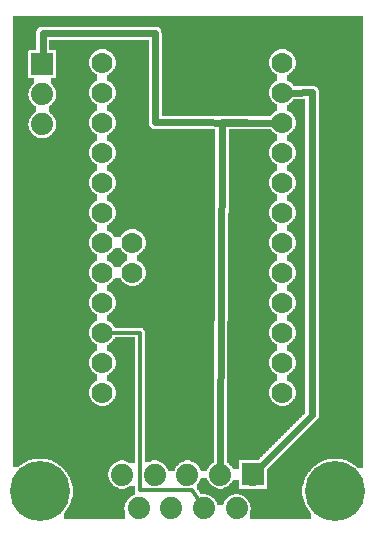
<source format=gbl>
G04 MADE WITH FRITZING*
G04 WWW.FRITZING.ORG*
G04 DOUBLE SIDED*
G04 HOLES PLATED*
G04 CONTOUR ON CENTER OF CONTOUR VECTOR*
%ASAXBY*%
%FSLAX23Y23*%
%MOIN*%
%OFA0B0*%
%SFA1.0B1.0*%
%ADD10C,0.075000*%
%ADD11C,0.074000*%
%ADD12C,0.200000*%
%ADD13C,0.070000*%
%ADD14C,0.024000*%
%ADD15C,0.012000*%
%ADD16R,0.001000X0.001000*%
%LNCOPPER0*%
G90*
G70*
G54D10*
X819Y1259D03*
X1023Y1633D03*
G54D11*
X841Y188D03*
X732Y188D03*
X623Y188D03*
X514Y188D03*
X405Y188D03*
X787Y76D03*
X677Y76D03*
X569Y76D03*
X460Y76D03*
G54D12*
X1115Y132D03*
X131Y132D03*
G54D13*
X339Y761D03*
X939Y961D03*
X339Y1561D03*
X939Y1361D03*
X939Y561D03*
X339Y1161D03*
X939Y1561D03*
X939Y1161D03*
X939Y761D03*
X439Y961D03*
X339Y1361D03*
X339Y961D03*
X339Y561D03*
X939Y1461D03*
X939Y1261D03*
X939Y1061D03*
X939Y861D03*
X939Y661D03*
X939Y461D03*
X439Y861D03*
X339Y1461D03*
X339Y1261D03*
X339Y1061D03*
X339Y861D03*
X339Y661D03*
X339Y461D03*
G54D11*
X139Y1555D03*
X139Y1455D03*
X139Y1355D03*
G54D14*
X515Y1660D02*
X140Y1660D01*
D02*
X515Y1362D02*
X515Y1660D01*
D02*
X908Y1361D02*
X515Y1362D01*
D02*
X140Y1660D02*
X140Y1586D01*
D02*
X739Y1362D02*
X732Y219D01*
D02*
X908Y1361D02*
X739Y1362D01*
G54D15*
D02*
X464Y661D02*
X365Y661D01*
D02*
X464Y137D02*
X464Y661D01*
D02*
X664Y97D02*
X639Y137D01*
D02*
X639Y137D02*
X464Y137D01*
G54D14*
D02*
X1039Y386D02*
X1039Y1462D01*
D02*
X1039Y1462D02*
X971Y1461D01*
D02*
X863Y210D02*
X1039Y386D01*
G36*
X976Y1439D02*
X976Y1435D01*
X974Y1435D01*
X974Y1433D01*
X972Y1433D01*
X972Y1431D01*
X970Y1431D01*
X970Y1429D01*
X968Y1429D01*
X968Y1427D01*
X966Y1427D01*
X966Y1425D01*
X962Y1425D01*
X962Y1423D01*
X960Y1423D01*
X960Y1421D01*
X956Y1421D01*
X956Y1401D01*
X960Y1401D01*
X960Y1399D01*
X962Y1399D01*
X962Y1397D01*
X966Y1397D01*
X966Y1395D01*
X968Y1395D01*
X968Y1393D01*
X970Y1393D01*
X970Y1391D01*
X972Y1391D01*
X972Y1389D01*
X974Y1389D01*
X974Y1387D01*
X976Y1387D01*
X976Y1383D01*
X978Y1383D01*
X978Y1381D01*
X980Y1381D01*
X980Y1377D01*
X982Y1377D01*
X982Y1371D01*
X984Y1371D01*
X984Y1351D01*
X982Y1351D01*
X982Y1345D01*
X980Y1345D01*
X980Y1341D01*
X978Y1341D01*
X978Y1339D01*
X976Y1339D01*
X976Y1335D01*
X974Y1335D01*
X974Y1333D01*
X972Y1333D01*
X972Y1331D01*
X970Y1331D01*
X970Y1329D01*
X968Y1329D01*
X968Y1327D01*
X966Y1327D01*
X966Y1325D01*
X962Y1325D01*
X962Y1323D01*
X960Y1323D01*
X960Y1321D01*
X956Y1321D01*
X956Y1301D01*
X960Y1301D01*
X960Y1299D01*
X962Y1299D01*
X962Y1297D01*
X966Y1297D01*
X966Y1295D01*
X968Y1295D01*
X968Y1293D01*
X970Y1293D01*
X970Y1291D01*
X972Y1291D01*
X972Y1289D01*
X974Y1289D01*
X974Y1287D01*
X976Y1287D01*
X976Y1283D01*
X978Y1283D01*
X978Y1281D01*
X980Y1281D01*
X980Y1277D01*
X982Y1277D01*
X982Y1271D01*
X984Y1271D01*
X984Y1251D01*
X982Y1251D01*
X982Y1245D01*
X980Y1245D01*
X980Y1241D01*
X978Y1241D01*
X978Y1239D01*
X976Y1239D01*
X976Y1235D01*
X974Y1235D01*
X974Y1233D01*
X972Y1233D01*
X972Y1231D01*
X970Y1231D01*
X970Y1229D01*
X968Y1229D01*
X968Y1227D01*
X966Y1227D01*
X966Y1225D01*
X962Y1225D01*
X962Y1223D01*
X960Y1223D01*
X960Y1221D01*
X956Y1221D01*
X956Y1201D01*
X960Y1201D01*
X960Y1199D01*
X962Y1199D01*
X962Y1197D01*
X966Y1197D01*
X966Y1195D01*
X968Y1195D01*
X968Y1193D01*
X970Y1193D01*
X970Y1191D01*
X972Y1191D01*
X972Y1189D01*
X974Y1189D01*
X974Y1187D01*
X976Y1187D01*
X976Y1183D01*
X978Y1183D01*
X978Y1181D01*
X980Y1181D01*
X980Y1177D01*
X982Y1177D01*
X982Y1171D01*
X984Y1171D01*
X984Y1151D01*
X982Y1151D01*
X982Y1145D01*
X980Y1145D01*
X980Y1141D01*
X978Y1141D01*
X978Y1139D01*
X976Y1139D01*
X976Y1135D01*
X974Y1135D01*
X974Y1133D01*
X972Y1133D01*
X972Y1131D01*
X970Y1131D01*
X970Y1129D01*
X968Y1129D01*
X968Y1127D01*
X966Y1127D01*
X966Y1125D01*
X962Y1125D01*
X962Y1123D01*
X960Y1123D01*
X960Y1121D01*
X956Y1121D01*
X956Y1101D01*
X960Y1101D01*
X960Y1099D01*
X962Y1099D01*
X962Y1097D01*
X966Y1097D01*
X966Y1095D01*
X968Y1095D01*
X968Y1093D01*
X970Y1093D01*
X970Y1091D01*
X972Y1091D01*
X972Y1089D01*
X974Y1089D01*
X974Y1087D01*
X976Y1087D01*
X976Y1083D01*
X978Y1083D01*
X978Y1081D01*
X980Y1081D01*
X980Y1077D01*
X982Y1077D01*
X982Y1071D01*
X984Y1071D01*
X984Y1051D01*
X982Y1051D01*
X982Y1045D01*
X980Y1045D01*
X980Y1041D01*
X978Y1041D01*
X978Y1039D01*
X976Y1039D01*
X976Y1035D01*
X974Y1035D01*
X974Y1033D01*
X972Y1033D01*
X972Y1031D01*
X970Y1031D01*
X970Y1029D01*
X968Y1029D01*
X968Y1027D01*
X966Y1027D01*
X966Y1025D01*
X962Y1025D01*
X962Y1023D01*
X960Y1023D01*
X960Y1021D01*
X956Y1021D01*
X956Y1001D01*
X960Y1001D01*
X960Y999D01*
X962Y999D01*
X962Y997D01*
X966Y997D01*
X966Y995D01*
X968Y995D01*
X968Y993D01*
X970Y993D01*
X970Y991D01*
X972Y991D01*
X972Y989D01*
X974Y989D01*
X974Y987D01*
X976Y987D01*
X976Y983D01*
X978Y983D01*
X978Y981D01*
X980Y981D01*
X980Y977D01*
X982Y977D01*
X982Y971D01*
X984Y971D01*
X984Y951D01*
X982Y951D01*
X982Y945D01*
X980Y945D01*
X980Y941D01*
X978Y941D01*
X978Y939D01*
X976Y939D01*
X976Y935D01*
X974Y935D01*
X974Y933D01*
X972Y933D01*
X972Y931D01*
X970Y931D01*
X970Y929D01*
X968Y929D01*
X968Y927D01*
X966Y927D01*
X966Y925D01*
X962Y925D01*
X962Y923D01*
X960Y923D01*
X960Y921D01*
X956Y921D01*
X956Y901D01*
X960Y901D01*
X960Y899D01*
X962Y899D01*
X962Y897D01*
X966Y897D01*
X966Y895D01*
X968Y895D01*
X968Y893D01*
X970Y893D01*
X970Y891D01*
X972Y891D01*
X972Y889D01*
X974Y889D01*
X974Y887D01*
X976Y887D01*
X976Y883D01*
X978Y883D01*
X978Y881D01*
X980Y881D01*
X980Y877D01*
X982Y877D01*
X982Y871D01*
X984Y871D01*
X984Y851D01*
X982Y851D01*
X982Y845D01*
X980Y845D01*
X980Y841D01*
X978Y841D01*
X978Y839D01*
X976Y839D01*
X976Y835D01*
X974Y835D01*
X974Y833D01*
X972Y833D01*
X972Y831D01*
X970Y831D01*
X970Y829D01*
X968Y829D01*
X968Y827D01*
X966Y827D01*
X966Y825D01*
X962Y825D01*
X962Y823D01*
X960Y823D01*
X960Y821D01*
X956Y821D01*
X956Y801D01*
X960Y801D01*
X960Y799D01*
X962Y799D01*
X962Y797D01*
X966Y797D01*
X966Y795D01*
X968Y795D01*
X968Y793D01*
X970Y793D01*
X970Y791D01*
X972Y791D01*
X972Y789D01*
X974Y789D01*
X974Y787D01*
X976Y787D01*
X976Y783D01*
X978Y783D01*
X978Y781D01*
X980Y781D01*
X980Y777D01*
X982Y777D01*
X982Y771D01*
X984Y771D01*
X984Y751D01*
X982Y751D01*
X982Y745D01*
X980Y745D01*
X980Y741D01*
X978Y741D01*
X978Y739D01*
X976Y739D01*
X976Y735D01*
X974Y735D01*
X974Y733D01*
X972Y733D01*
X972Y731D01*
X970Y731D01*
X970Y729D01*
X968Y729D01*
X968Y727D01*
X966Y727D01*
X966Y725D01*
X962Y725D01*
X962Y723D01*
X960Y723D01*
X960Y721D01*
X956Y721D01*
X956Y701D01*
X960Y701D01*
X960Y699D01*
X962Y699D01*
X962Y697D01*
X966Y697D01*
X966Y695D01*
X968Y695D01*
X968Y693D01*
X970Y693D01*
X970Y691D01*
X972Y691D01*
X972Y689D01*
X974Y689D01*
X974Y687D01*
X976Y687D01*
X976Y683D01*
X978Y683D01*
X978Y681D01*
X980Y681D01*
X980Y677D01*
X982Y677D01*
X982Y671D01*
X984Y671D01*
X984Y651D01*
X982Y651D01*
X982Y645D01*
X980Y645D01*
X980Y641D01*
X978Y641D01*
X978Y639D01*
X976Y639D01*
X976Y635D01*
X974Y635D01*
X974Y633D01*
X972Y633D01*
X972Y631D01*
X970Y631D01*
X970Y629D01*
X968Y629D01*
X968Y627D01*
X966Y627D01*
X966Y625D01*
X962Y625D01*
X962Y623D01*
X960Y623D01*
X960Y621D01*
X956Y621D01*
X956Y601D01*
X960Y601D01*
X960Y599D01*
X962Y599D01*
X962Y597D01*
X966Y597D01*
X966Y595D01*
X968Y595D01*
X968Y593D01*
X970Y593D01*
X970Y591D01*
X972Y591D01*
X972Y589D01*
X974Y589D01*
X974Y587D01*
X976Y587D01*
X976Y583D01*
X978Y583D01*
X978Y581D01*
X980Y581D01*
X980Y577D01*
X982Y577D01*
X982Y571D01*
X984Y571D01*
X984Y551D01*
X982Y551D01*
X982Y545D01*
X980Y545D01*
X980Y541D01*
X978Y541D01*
X978Y539D01*
X976Y539D01*
X976Y535D01*
X974Y535D01*
X974Y533D01*
X972Y533D01*
X972Y531D01*
X970Y531D01*
X970Y529D01*
X968Y529D01*
X968Y527D01*
X966Y527D01*
X966Y525D01*
X962Y525D01*
X962Y523D01*
X960Y523D01*
X960Y521D01*
X956Y521D01*
X956Y501D01*
X960Y501D01*
X960Y499D01*
X962Y499D01*
X962Y497D01*
X966Y497D01*
X966Y495D01*
X968Y495D01*
X968Y493D01*
X970Y493D01*
X970Y491D01*
X972Y491D01*
X972Y489D01*
X974Y489D01*
X974Y487D01*
X976Y487D01*
X976Y483D01*
X978Y483D01*
X978Y481D01*
X980Y481D01*
X980Y477D01*
X982Y477D01*
X982Y471D01*
X984Y471D01*
X984Y451D01*
X982Y451D01*
X982Y445D01*
X980Y445D01*
X980Y441D01*
X978Y441D01*
X978Y439D01*
X976Y439D01*
X976Y435D01*
X974Y435D01*
X974Y433D01*
X972Y433D01*
X972Y431D01*
X970Y431D01*
X970Y429D01*
X968Y429D01*
X968Y427D01*
X966Y427D01*
X966Y425D01*
X962Y425D01*
X962Y423D01*
X960Y423D01*
X960Y421D01*
X956Y421D01*
X956Y419D01*
X950Y419D01*
X950Y417D01*
X1016Y417D01*
X1016Y1439D01*
X976Y1439D01*
G37*
D02*
G36*
X760Y1339D02*
X760Y1061D01*
X758Y1061D01*
X758Y699D01*
X756Y699D01*
X756Y417D01*
X928Y417D01*
X928Y419D01*
X922Y419D01*
X922Y421D01*
X920Y421D01*
X920Y423D01*
X916Y423D01*
X916Y425D01*
X914Y425D01*
X914Y427D01*
X910Y427D01*
X910Y429D01*
X908Y429D01*
X908Y431D01*
X906Y431D01*
X906Y435D01*
X904Y435D01*
X904Y437D01*
X902Y437D01*
X902Y439D01*
X900Y439D01*
X900Y443D01*
X898Y443D01*
X898Y449D01*
X896Y449D01*
X896Y455D01*
X894Y455D01*
X894Y467D01*
X896Y467D01*
X896Y473D01*
X898Y473D01*
X898Y479D01*
X900Y479D01*
X900Y483D01*
X902Y483D01*
X902Y485D01*
X904Y485D01*
X904Y487D01*
X906Y487D01*
X906Y491D01*
X908Y491D01*
X908Y493D01*
X910Y493D01*
X910Y495D01*
X914Y495D01*
X914Y497D01*
X916Y497D01*
X916Y499D01*
X920Y499D01*
X920Y501D01*
X922Y501D01*
X922Y521D01*
X920Y521D01*
X920Y523D01*
X916Y523D01*
X916Y525D01*
X914Y525D01*
X914Y527D01*
X910Y527D01*
X910Y529D01*
X908Y529D01*
X908Y531D01*
X906Y531D01*
X906Y535D01*
X904Y535D01*
X904Y537D01*
X902Y537D01*
X902Y539D01*
X900Y539D01*
X900Y543D01*
X898Y543D01*
X898Y549D01*
X896Y549D01*
X896Y555D01*
X894Y555D01*
X894Y567D01*
X896Y567D01*
X896Y573D01*
X898Y573D01*
X898Y579D01*
X900Y579D01*
X900Y583D01*
X902Y583D01*
X902Y585D01*
X904Y585D01*
X904Y587D01*
X906Y587D01*
X906Y591D01*
X908Y591D01*
X908Y593D01*
X910Y593D01*
X910Y595D01*
X914Y595D01*
X914Y597D01*
X916Y597D01*
X916Y599D01*
X920Y599D01*
X920Y601D01*
X922Y601D01*
X922Y621D01*
X920Y621D01*
X920Y623D01*
X916Y623D01*
X916Y625D01*
X914Y625D01*
X914Y627D01*
X910Y627D01*
X910Y629D01*
X908Y629D01*
X908Y631D01*
X906Y631D01*
X906Y635D01*
X904Y635D01*
X904Y637D01*
X902Y637D01*
X902Y639D01*
X900Y639D01*
X900Y643D01*
X898Y643D01*
X898Y649D01*
X896Y649D01*
X896Y655D01*
X894Y655D01*
X894Y667D01*
X896Y667D01*
X896Y673D01*
X898Y673D01*
X898Y679D01*
X900Y679D01*
X900Y683D01*
X902Y683D01*
X902Y685D01*
X904Y685D01*
X904Y687D01*
X906Y687D01*
X906Y691D01*
X908Y691D01*
X908Y693D01*
X910Y693D01*
X910Y695D01*
X914Y695D01*
X914Y697D01*
X916Y697D01*
X916Y699D01*
X920Y699D01*
X920Y701D01*
X922Y701D01*
X922Y721D01*
X920Y721D01*
X920Y723D01*
X916Y723D01*
X916Y725D01*
X914Y725D01*
X914Y727D01*
X910Y727D01*
X910Y729D01*
X908Y729D01*
X908Y731D01*
X906Y731D01*
X906Y735D01*
X904Y735D01*
X904Y737D01*
X902Y737D01*
X902Y739D01*
X900Y739D01*
X900Y743D01*
X898Y743D01*
X898Y749D01*
X896Y749D01*
X896Y755D01*
X894Y755D01*
X894Y767D01*
X896Y767D01*
X896Y773D01*
X898Y773D01*
X898Y779D01*
X900Y779D01*
X900Y783D01*
X902Y783D01*
X902Y785D01*
X904Y785D01*
X904Y787D01*
X906Y787D01*
X906Y791D01*
X908Y791D01*
X908Y793D01*
X910Y793D01*
X910Y795D01*
X914Y795D01*
X914Y797D01*
X916Y797D01*
X916Y799D01*
X920Y799D01*
X920Y801D01*
X922Y801D01*
X922Y821D01*
X920Y821D01*
X920Y823D01*
X916Y823D01*
X916Y825D01*
X914Y825D01*
X914Y827D01*
X910Y827D01*
X910Y829D01*
X908Y829D01*
X908Y831D01*
X906Y831D01*
X906Y835D01*
X904Y835D01*
X904Y837D01*
X902Y837D01*
X902Y839D01*
X900Y839D01*
X900Y843D01*
X898Y843D01*
X898Y849D01*
X896Y849D01*
X896Y855D01*
X894Y855D01*
X894Y867D01*
X896Y867D01*
X896Y873D01*
X898Y873D01*
X898Y879D01*
X900Y879D01*
X900Y883D01*
X902Y883D01*
X902Y885D01*
X904Y885D01*
X904Y887D01*
X906Y887D01*
X906Y891D01*
X908Y891D01*
X908Y893D01*
X910Y893D01*
X910Y895D01*
X914Y895D01*
X914Y897D01*
X916Y897D01*
X916Y899D01*
X920Y899D01*
X920Y901D01*
X922Y901D01*
X922Y921D01*
X920Y921D01*
X920Y923D01*
X916Y923D01*
X916Y925D01*
X914Y925D01*
X914Y927D01*
X910Y927D01*
X910Y929D01*
X908Y929D01*
X908Y931D01*
X906Y931D01*
X906Y935D01*
X904Y935D01*
X904Y937D01*
X902Y937D01*
X902Y939D01*
X900Y939D01*
X900Y943D01*
X898Y943D01*
X898Y949D01*
X896Y949D01*
X896Y955D01*
X894Y955D01*
X894Y967D01*
X896Y967D01*
X896Y973D01*
X898Y973D01*
X898Y979D01*
X900Y979D01*
X900Y983D01*
X902Y983D01*
X902Y985D01*
X904Y985D01*
X904Y987D01*
X906Y987D01*
X906Y991D01*
X908Y991D01*
X908Y993D01*
X910Y993D01*
X910Y995D01*
X914Y995D01*
X914Y997D01*
X916Y997D01*
X916Y999D01*
X920Y999D01*
X920Y1001D01*
X922Y1001D01*
X922Y1021D01*
X920Y1021D01*
X920Y1023D01*
X916Y1023D01*
X916Y1025D01*
X914Y1025D01*
X914Y1027D01*
X910Y1027D01*
X910Y1029D01*
X908Y1029D01*
X908Y1031D01*
X906Y1031D01*
X906Y1035D01*
X904Y1035D01*
X904Y1037D01*
X902Y1037D01*
X902Y1039D01*
X900Y1039D01*
X900Y1043D01*
X898Y1043D01*
X898Y1049D01*
X896Y1049D01*
X896Y1055D01*
X894Y1055D01*
X894Y1067D01*
X896Y1067D01*
X896Y1073D01*
X898Y1073D01*
X898Y1079D01*
X900Y1079D01*
X900Y1083D01*
X902Y1083D01*
X902Y1085D01*
X904Y1085D01*
X904Y1087D01*
X906Y1087D01*
X906Y1091D01*
X908Y1091D01*
X908Y1093D01*
X910Y1093D01*
X910Y1095D01*
X914Y1095D01*
X914Y1097D01*
X916Y1097D01*
X916Y1099D01*
X920Y1099D01*
X920Y1101D01*
X922Y1101D01*
X922Y1121D01*
X920Y1121D01*
X920Y1123D01*
X916Y1123D01*
X916Y1125D01*
X914Y1125D01*
X914Y1127D01*
X910Y1127D01*
X910Y1129D01*
X908Y1129D01*
X908Y1131D01*
X906Y1131D01*
X906Y1135D01*
X904Y1135D01*
X904Y1137D01*
X902Y1137D01*
X902Y1139D01*
X900Y1139D01*
X900Y1143D01*
X898Y1143D01*
X898Y1149D01*
X896Y1149D01*
X896Y1155D01*
X894Y1155D01*
X894Y1167D01*
X896Y1167D01*
X896Y1173D01*
X898Y1173D01*
X898Y1179D01*
X900Y1179D01*
X900Y1183D01*
X902Y1183D01*
X902Y1185D01*
X904Y1185D01*
X904Y1187D01*
X906Y1187D01*
X906Y1191D01*
X908Y1191D01*
X908Y1193D01*
X910Y1193D01*
X910Y1195D01*
X914Y1195D01*
X914Y1197D01*
X916Y1197D01*
X916Y1199D01*
X920Y1199D01*
X920Y1201D01*
X922Y1201D01*
X922Y1221D01*
X920Y1221D01*
X920Y1223D01*
X916Y1223D01*
X916Y1225D01*
X914Y1225D01*
X914Y1227D01*
X910Y1227D01*
X910Y1229D01*
X908Y1229D01*
X908Y1231D01*
X906Y1231D01*
X906Y1235D01*
X904Y1235D01*
X904Y1237D01*
X902Y1237D01*
X902Y1239D01*
X900Y1239D01*
X900Y1243D01*
X898Y1243D01*
X898Y1249D01*
X896Y1249D01*
X896Y1255D01*
X894Y1255D01*
X894Y1267D01*
X896Y1267D01*
X896Y1273D01*
X898Y1273D01*
X898Y1279D01*
X900Y1279D01*
X900Y1283D01*
X902Y1283D01*
X902Y1285D01*
X904Y1285D01*
X904Y1287D01*
X906Y1287D01*
X906Y1291D01*
X908Y1291D01*
X908Y1293D01*
X910Y1293D01*
X910Y1295D01*
X914Y1295D01*
X914Y1297D01*
X916Y1297D01*
X916Y1299D01*
X920Y1299D01*
X920Y1301D01*
X922Y1301D01*
X922Y1321D01*
X920Y1321D01*
X920Y1323D01*
X916Y1323D01*
X916Y1325D01*
X914Y1325D01*
X914Y1327D01*
X910Y1327D01*
X910Y1329D01*
X908Y1329D01*
X908Y1331D01*
X906Y1331D01*
X906Y1335D01*
X904Y1335D01*
X904Y1337D01*
X902Y1337D01*
X902Y1339D01*
X760Y1339D01*
G37*
D02*
G36*
X756Y417D02*
X756Y415D01*
X1016Y415D01*
X1016Y417D01*
X756Y417D01*
G37*
D02*
G36*
X756Y417D02*
X756Y415D01*
X1016Y415D01*
X1016Y417D01*
X756Y417D01*
G37*
D02*
G36*
X756Y415D02*
X756Y337D01*
X754Y337D01*
X754Y227D01*
X758Y227D01*
X758Y225D01*
X760Y225D01*
X760Y223D01*
X762Y223D01*
X762Y221D01*
X764Y221D01*
X764Y219D01*
X766Y219D01*
X766Y217D01*
X768Y217D01*
X768Y215D01*
X770Y215D01*
X770Y213D01*
X772Y213D01*
X772Y209D01*
X774Y209D01*
X774Y205D01*
X794Y205D01*
X794Y235D01*
X858Y235D01*
X858Y237D01*
X860Y237D01*
X860Y239D01*
X862Y239D01*
X862Y241D01*
X864Y241D01*
X864Y243D01*
X866Y243D01*
X866Y245D01*
X868Y245D01*
X868Y247D01*
X870Y247D01*
X870Y249D01*
X872Y249D01*
X872Y251D01*
X874Y251D01*
X874Y253D01*
X876Y253D01*
X876Y255D01*
X878Y255D01*
X878Y257D01*
X880Y257D01*
X880Y259D01*
X882Y259D01*
X882Y261D01*
X884Y261D01*
X884Y263D01*
X886Y263D01*
X886Y265D01*
X888Y265D01*
X888Y267D01*
X890Y267D01*
X890Y269D01*
X892Y269D01*
X892Y271D01*
X894Y271D01*
X894Y273D01*
X896Y273D01*
X896Y275D01*
X898Y275D01*
X898Y277D01*
X900Y277D01*
X900Y279D01*
X902Y279D01*
X902Y281D01*
X904Y281D01*
X904Y283D01*
X906Y283D01*
X906Y285D01*
X908Y285D01*
X908Y287D01*
X910Y287D01*
X910Y289D01*
X912Y289D01*
X912Y291D01*
X914Y291D01*
X914Y293D01*
X916Y293D01*
X916Y295D01*
X918Y295D01*
X918Y297D01*
X920Y297D01*
X920Y299D01*
X922Y299D01*
X922Y301D01*
X924Y301D01*
X924Y303D01*
X926Y303D01*
X926Y305D01*
X928Y305D01*
X928Y307D01*
X930Y307D01*
X930Y309D01*
X932Y309D01*
X932Y311D01*
X934Y311D01*
X934Y313D01*
X936Y313D01*
X936Y315D01*
X938Y315D01*
X938Y317D01*
X940Y317D01*
X940Y319D01*
X942Y319D01*
X942Y321D01*
X944Y321D01*
X944Y323D01*
X946Y323D01*
X946Y325D01*
X948Y325D01*
X948Y327D01*
X950Y327D01*
X950Y329D01*
X952Y329D01*
X952Y331D01*
X954Y331D01*
X954Y333D01*
X956Y333D01*
X956Y335D01*
X958Y335D01*
X958Y337D01*
X960Y337D01*
X960Y339D01*
X962Y339D01*
X962Y341D01*
X964Y341D01*
X964Y343D01*
X966Y343D01*
X966Y345D01*
X968Y345D01*
X968Y347D01*
X970Y347D01*
X970Y349D01*
X972Y349D01*
X972Y351D01*
X974Y351D01*
X974Y353D01*
X976Y353D01*
X976Y355D01*
X978Y355D01*
X978Y357D01*
X980Y357D01*
X980Y359D01*
X982Y359D01*
X982Y361D01*
X984Y361D01*
X984Y363D01*
X986Y363D01*
X986Y365D01*
X988Y365D01*
X988Y367D01*
X990Y367D01*
X990Y369D01*
X992Y369D01*
X992Y371D01*
X994Y371D01*
X994Y373D01*
X996Y373D01*
X996Y375D01*
X998Y375D01*
X998Y377D01*
X1000Y377D01*
X1000Y379D01*
X1002Y379D01*
X1002Y381D01*
X1004Y381D01*
X1004Y383D01*
X1006Y383D01*
X1006Y385D01*
X1008Y385D01*
X1008Y387D01*
X1010Y387D01*
X1010Y389D01*
X1012Y389D01*
X1012Y391D01*
X1014Y391D01*
X1014Y393D01*
X1016Y393D01*
X1016Y415D01*
X756Y415D01*
G37*
D02*
G36*
X380Y943D02*
X380Y941D01*
X378Y941D01*
X378Y939D01*
X376Y939D01*
X376Y935D01*
X374Y935D01*
X374Y933D01*
X372Y933D01*
X372Y931D01*
X370Y931D01*
X370Y929D01*
X368Y929D01*
X368Y927D01*
X366Y927D01*
X366Y925D01*
X362Y925D01*
X362Y923D01*
X360Y923D01*
X360Y921D01*
X356Y921D01*
X356Y901D01*
X360Y901D01*
X360Y899D01*
X362Y899D01*
X362Y897D01*
X366Y897D01*
X366Y895D01*
X368Y895D01*
X368Y893D01*
X370Y893D01*
X370Y891D01*
X372Y891D01*
X372Y889D01*
X374Y889D01*
X374Y887D01*
X376Y887D01*
X376Y883D01*
X378Y883D01*
X378Y881D01*
X380Y881D01*
X380Y879D01*
X400Y879D01*
X400Y883D01*
X402Y883D01*
X402Y885D01*
X404Y885D01*
X404Y887D01*
X406Y887D01*
X406Y891D01*
X408Y891D01*
X408Y893D01*
X410Y893D01*
X410Y895D01*
X414Y895D01*
X414Y897D01*
X416Y897D01*
X416Y899D01*
X420Y899D01*
X420Y901D01*
X422Y901D01*
X422Y921D01*
X420Y921D01*
X420Y923D01*
X416Y923D01*
X416Y925D01*
X414Y925D01*
X414Y927D01*
X410Y927D01*
X410Y929D01*
X408Y929D01*
X408Y931D01*
X406Y931D01*
X406Y935D01*
X404Y935D01*
X404Y937D01*
X402Y937D01*
X402Y939D01*
X400Y939D01*
X400Y943D01*
X380Y943D01*
G37*
D02*
G36*
X40Y1715D02*
X40Y1681D01*
X524Y1681D01*
X524Y1679D01*
X528Y1679D01*
X528Y1677D01*
X530Y1677D01*
X530Y1675D01*
X532Y1675D01*
X532Y1673D01*
X534Y1673D01*
X534Y1669D01*
X536Y1669D01*
X536Y1661D01*
X538Y1661D01*
X538Y1605D01*
X950Y1605D01*
X950Y1603D01*
X956Y1603D01*
X956Y1601D01*
X960Y1601D01*
X960Y1599D01*
X962Y1599D01*
X962Y1597D01*
X966Y1597D01*
X966Y1595D01*
X968Y1595D01*
X968Y1593D01*
X970Y1593D01*
X970Y1591D01*
X972Y1591D01*
X972Y1589D01*
X974Y1589D01*
X974Y1587D01*
X976Y1587D01*
X976Y1583D01*
X978Y1583D01*
X978Y1581D01*
X980Y1581D01*
X980Y1577D01*
X982Y1577D01*
X982Y1571D01*
X984Y1571D01*
X984Y1551D01*
X982Y1551D01*
X982Y1545D01*
X980Y1545D01*
X980Y1541D01*
X978Y1541D01*
X978Y1539D01*
X976Y1539D01*
X976Y1535D01*
X974Y1535D01*
X974Y1533D01*
X972Y1533D01*
X972Y1531D01*
X970Y1531D01*
X970Y1529D01*
X968Y1529D01*
X968Y1527D01*
X966Y1527D01*
X966Y1525D01*
X962Y1525D01*
X962Y1523D01*
X960Y1523D01*
X960Y1521D01*
X956Y1521D01*
X956Y1501D01*
X960Y1501D01*
X960Y1499D01*
X962Y1499D01*
X962Y1497D01*
X966Y1497D01*
X966Y1495D01*
X968Y1495D01*
X968Y1493D01*
X970Y1493D01*
X970Y1491D01*
X972Y1491D01*
X972Y1489D01*
X974Y1489D01*
X974Y1487D01*
X976Y1487D01*
X976Y1483D01*
X1048Y1483D01*
X1048Y1481D01*
X1052Y1481D01*
X1052Y1479D01*
X1054Y1479D01*
X1054Y1477D01*
X1056Y1477D01*
X1056Y1475D01*
X1058Y1475D01*
X1058Y1471D01*
X1060Y1471D01*
X1060Y1461D01*
X1062Y1461D01*
X1062Y387D01*
X1060Y387D01*
X1060Y377D01*
X1058Y377D01*
X1058Y373D01*
X1056Y373D01*
X1056Y371D01*
X1054Y371D01*
X1054Y369D01*
X1052Y369D01*
X1052Y367D01*
X1050Y367D01*
X1050Y365D01*
X1048Y365D01*
X1048Y363D01*
X1046Y363D01*
X1046Y361D01*
X1044Y361D01*
X1044Y359D01*
X1042Y359D01*
X1042Y357D01*
X1040Y357D01*
X1040Y355D01*
X1038Y355D01*
X1038Y353D01*
X1036Y353D01*
X1036Y351D01*
X1034Y351D01*
X1034Y349D01*
X1032Y349D01*
X1032Y347D01*
X1030Y347D01*
X1030Y345D01*
X1028Y345D01*
X1028Y343D01*
X1026Y343D01*
X1026Y341D01*
X1024Y341D01*
X1024Y339D01*
X1022Y339D01*
X1022Y337D01*
X1020Y337D01*
X1020Y335D01*
X1018Y335D01*
X1018Y333D01*
X1016Y333D01*
X1016Y331D01*
X1014Y331D01*
X1014Y329D01*
X1012Y329D01*
X1012Y327D01*
X1010Y327D01*
X1010Y325D01*
X1008Y325D01*
X1008Y323D01*
X1006Y323D01*
X1006Y321D01*
X1004Y321D01*
X1004Y319D01*
X1002Y319D01*
X1002Y317D01*
X1000Y317D01*
X1000Y315D01*
X998Y315D01*
X998Y313D01*
X996Y313D01*
X996Y311D01*
X994Y311D01*
X994Y309D01*
X992Y309D01*
X992Y307D01*
X990Y307D01*
X990Y305D01*
X988Y305D01*
X988Y303D01*
X986Y303D01*
X986Y301D01*
X984Y301D01*
X984Y299D01*
X982Y299D01*
X982Y297D01*
X980Y297D01*
X980Y295D01*
X978Y295D01*
X978Y293D01*
X976Y293D01*
X976Y291D01*
X974Y291D01*
X974Y289D01*
X972Y289D01*
X972Y287D01*
X970Y287D01*
X970Y285D01*
X968Y285D01*
X968Y283D01*
X966Y283D01*
X966Y281D01*
X964Y281D01*
X964Y279D01*
X962Y279D01*
X962Y277D01*
X960Y277D01*
X960Y275D01*
X958Y275D01*
X958Y273D01*
X956Y273D01*
X956Y271D01*
X954Y271D01*
X954Y269D01*
X952Y269D01*
X952Y267D01*
X950Y267D01*
X950Y265D01*
X948Y265D01*
X948Y263D01*
X946Y263D01*
X946Y261D01*
X944Y261D01*
X944Y259D01*
X942Y259D01*
X942Y257D01*
X940Y257D01*
X940Y255D01*
X938Y255D01*
X938Y253D01*
X936Y253D01*
X936Y251D01*
X934Y251D01*
X934Y249D01*
X932Y249D01*
X932Y247D01*
X930Y247D01*
X930Y245D01*
X928Y245D01*
X928Y243D01*
X926Y243D01*
X926Y241D01*
X1134Y241D01*
X1134Y239D01*
X1142Y239D01*
X1142Y237D01*
X1148Y237D01*
X1148Y235D01*
X1154Y235D01*
X1154Y233D01*
X1158Y233D01*
X1158Y231D01*
X1162Y231D01*
X1162Y229D01*
X1166Y229D01*
X1166Y227D01*
X1168Y227D01*
X1168Y225D01*
X1172Y225D01*
X1172Y223D01*
X1176Y223D01*
X1176Y221D01*
X1178Y221D01*
X1178Y219D01*
X1180Y219D01*
X1180Y217D01*
X1184Y217D01*
X1184Y215D01*
X1186Y215D01*
X1186Y213D01*
X1188Y213D01*
X1188Y211D01*
X1208Y211D01*
X1208Y1715D01*
X40Y1715D01*
G37*
D02*
G36*
X40Y1681D02*
X40Y1309D01*
X128Y1309D01*
X128Y1311D01*
X122Y1311D01*
X122Y1313D01*
X118Y1313D01*
X118Y1315D01*
X116Y1315D01*
X116Y1317D01*
X112Y1317D01*
X112Y1319D01*
X110Y1319D01*
X110Y1321D01*
X108Y1321D01*
X108Y1323D01*
X106Y1323D01*
X106Y1325D01*
X104Y1325D01*
X104Y1327D01*
X102Y1327D01*
X102Y1331D01*
X100Y1331D01*
X100Y1333D01*
X98Y1333D01*
X98Y1337D01*
X96Y1337D01*
X96Y1341D01*
X94Y1341D01*
X94Y1349D01*
X92Y1349D01*
X92Y1361D01*
X94Y1361D01*
X94Y1369D01*
X96Y1369D01*
X96Y1373D01*
X98Y1373D01*
X98Y1377D01*
X100Y1377D01*
X100Y1379D01*
X102Y1379D01*
X102Y1383D01*
X104Y1383D01*
X104Y1385D01*
X106Y1385D01*
X106Y1387D01*
X108Y1387D01*
X108Y1389D01*
X110Y1389D01*
X110Y1391D01*
X112Y1391D01*
X112Y1393D01*
X116Y1393D01*
X116Y1395D01*
X118Y1395D01*
X118Y1415D01*
X116Y1415D01*
X116Y1417D01*
X112Y1417D01*
X112Y1419D01*
X110Y1419D01*
X110Y1421D01*
X108Y1421D01*
X108Y1423D01*
X106Y1423D01*
X106Y1425D01*
X104Y1425D01*
X104Y1427D01*
X102Y1427D01*
X102Y1431D01*
X100Y1431D01*
X100Y1433D01*
X98Y1433D01*
X98Y1437D01*
X96Y1437D01*
X96Y1441D01*
X94Y1441D01*
X94Y1449D01*
X92Y1449D01*
X92Y1461D01*
X94Y1461D01*
X94Y1469D01*
X96Y1469D01*
X96Y1473D01*
X98Y1473D01*
X98Y1477D01*
X100Y1477D01*
X100Y1479D01*
X102Y1479D01*
X102Y1483D01*
X104Y1483D01*
X104Y1485D01*
X106Y1485D01*
X106Y1487D01*
X108Y1487D01*
X108Y1489D01*
X110Y1489D01*
X110Y1509D01*
X92Y1509D01*
X92Y1601D01*
X94Y1601D01*
X94Y1603D01*
X118Y1603D01*
X118Y1665D01*
X120Y1665D01*
X120Y1671D01*
X122Y1671D01*
X122Y1673D01*
X124Y1673D01*
X124Y1675D01*
X126Y1675D01*
X126Y1677D01*
X128Y1677D01*
X128Y1679D01*
X132Y1679D01*
X132Y1681D01*
X40Y1681D01*
G37*
D02*
G36*
X162Y1637D02*
X162Y1605D01*
X350Y1605D01*
X350Y1603D01*
X356Y1603D01*
X356Y1601D01*
X360Y1601D01*
X360Y1599D01*
X362Y1599D01*
X362Y1597D01*
X366Y1597D01*
X366Y1595D01*
X368Y1595D01*
X368Y1593D01*
X370Y1593D01*
X370Y1591D01*
X372Y1591D01*
X372Y1589D01*
X374Y1589D01*
X374Y1587D01*
X376Y1587D01*
X376Y1583D01*
X378Y1583D01*
X378Y1581D01*
X380Y1581D01*
X380Y1577D01*
X382Y1577D01*
X382Y1571D01*
X384Y1571D01*
X384Y1551D01*
X382Y1551D01*
X382Y1545D01*
X380Y1545D01*
X380Y1541D01*
X378Y1541D01*
X378Y1539D01*
X376Y1539D01*
X376Y1535D01*
X374Y1535D01*
X374Y1533D01*
X372Y1533D01*
X372Y1531D01*
X370Y1531D01*
X370Y1529D01*
X368Y1529D01*
X368Y1527D01*
X366Y1527D01*
X366Y1525D01*
X362Y1525D01*
X362Y1523D01*
X360Y1523D01*
X360Y1521D01*
X356Y1521D01*
X356Y1501D01*
X360Y1501D01*
X360Y1499D01*
X362Y1499D01*
X362Y1497D01*
X366Y1497D01*
X366Y1495D01*
X368Y1495D01*
X368Y1493D01*
X370Y1493D01*
X370Y1491D01*
X372Y1491D01*
X372Y1489D01*
X374Y1489D01*
X374Y1487D01*
X376Y1487D01*
X376Y1483D01*
X378Y1483D01*
X378Y1481D01*
X380Y1481D01*
X380Y1477D01*
X382Y1477D01*
X382Y1471D01*
X384Y1471D01*
X384Y1451D01*
X382Y1451D01*
X382Y1445D01*
X380Y1445D01*
X380Y1441D01*
X378Y1441D01*
X378Y1439D01*
X376Y1439D01*
X376Y1435D01*
X374Y1435D01*
X374Y1433D01*
X372Y1433D01*
X372Y1431D01*
X370Y1431D01*
X370Y1429D01*
X368Y1429D01*
X368Y1427D01*
X366Y1427D01*
X366Y1425D01*
X362Y1425D01*
X362Y1423D01*
X360Y1423D01*
X360Y1421D01*
X356Y1421D01*
X356Y1401D01*
X360Y1401D01*
X360Y1399D01*
X362Y1399D01*
X362Y1397D01*
X366Y1397D01*
X366Y1395D01*
X368Y1395D01*
X368Y1393D01*
X370Y1393D01*
X370Y1391D01*
X372Y1391D01*
X372Y1389D01*
X374Y1389D01*
X374Y1387D01*
X376Y1387D01*
X376Y1383D01*
X378Y1383D01*
X378Y1381D01*
X380Y1381D01*
X380Y1377D01*
X382Y1377D01*
X382Y1371D01*
X384Y1371D01*
X384Y1351D01*
X382Y1351D01*
X382Y1345D01*
X380Y1345D01*
X380Y1341D01*
X378Y1341D01*
X378Y1339D01*
X376Y1339D01*
X376Y1335D01*
X374Y1335D01*
X374Y1333D01*
X372Y1333D01*
X372Y1331D01*
X370Y1331D01*
X370Y1329D01*
X368Y1329D01*
X368Y1327D01*
X366Y1327D01*
X366Y1325D01*
X362Y1325D01*
X362Y1323D01*
X360Y1323D01*
X360Y1321D01*
X356Y1321D01*
X356Y1301D01*
X360Y1301D01*
X360Y1299D01*
X362Y1299D01*
X362Y1297D01*
X366Y1297D01*
X366Y1295D01*
X368Y1295D01*
X368Y1293D01*
X370Y1293D01*
X370Y1291D01*
X372Y1291D01*
X372Y1289D01*
X374Y1289D01*
X374Y1287D01*
X376Y1287D01*
X376Y1283D01*
X378Y1283D01*
X378Y1281D01*
X380Y1281D01*
X380Y1277D01*
X382Y1277D01*
X382Y1271D01*
X384Y1271D01*
X384Y1251D01*
X382Y1251D01*
X382Y1245D01*
X380Y1245D01*
X380Y1241D01*
X378Y1241D01*
X378Y1239D01*
X376Y1239D01*
X376Y1235D01*
X374Y1235D01*
X374Y1233D01*
X372Y1233D01*
X372Y1231D01*
X370Y1231D01*
X370Y1229D01*
X368Y1229D01*
X368Y1227D01*
X366Y1227D01*
X366Y1225D01*
X362Y1225D01*
X362Y1223D01*
X360Y1223D01*
X360Y1221D01*
X356Y1221D01*
X356Y1201D01*
X360Y1201D01*
X360Y1199D01*
X362Y1199D01*
X362Y1197D01*
X366Y1197D01*
X366Y1195D01*
X368Y1195D01*
X368Y1193D01*
X370Y1193D01*
X370Y1191D01*
X372Y1191D01*
X372Y1189D01*
X374Y1189D01*
X374Y1187D01*
X376Y1187D01*
X376Y1183D01*
X378Y1183D01*
X378Y1181D01*
X380Y1181D01*
X380Y1177D01*
X382Y1177D01*
X382Y1171D01*
X384Y1171D01*
X384Y1151D01*
X382Y1151D01*
X382Y1145D01*
X380Y1145D01*
X380Y1141D01*
X378Y1141D01*
X378Y1139D01*
X376Y1139D01*
X376Y1135D01*
X374Y1135D01*
X374Y1133D01*
X372Y1133D01*
X372Y1131D01*
X370Y1131D01*
X370Y1129D01*
X368Y1129D01*
X368Y1127D01*
X366Y1127D01*
X366Y1125D01*
X362Y1125D01*
X362Y1123D01*
X360Y1123D01*
X360Y1121D01*
X356Y1121D01*
X356Y1101D01*
X360Y1101D01*
X360Y1099D01*
X362Y1099D01*
X362Y1097D01*
X366Y1097D01*
X366Y1095D01*
X368Y1095D01*
X368Y1093D01*
X370Y1093D01*
X370Y1091D01*
X372Y1091D01*
X372Y1089D01*
X374Y1089D01*
X374Y1087D01*
X376Y1087D01*
X376Y1083D01*
X378Y1083D01*
X378Y1081D01*
X380Y1081D01*
X380Y1077D01*
X382Y1077D01*
X382Y1071D01*
X384Y1071D01*
X384Y1051D01*
X382Y1051D01*
X382Y1045D01*
X380Y1045D01*
X380Y1041D01*
X378Y1041D01*
X378Y1039D01*
X376Y1039D01*
X376Y1035D01*
X374Y1035D01*
X374Y1033D01*
X372Y1033D01*
X372Y1031D01*
X370Y1031D01*
X370Y1029D01*
X368Y1029D01*
X368Y1027D01*
X366Y1027D01*
X366Y1025D01*
X362Y1025D01*
X362Y1023D01*
X360Y1023D01*
X360Y1021D01*
X356Y1021D01*
X356Y1007D01*
X440Y1007D01*
X440Y1005D01*
X450Y1005D01*
X450Y1003D01*
X456Y1003D01*
X456Y1001D01*
X460Y1001D01*
X460Y999D01*
X462Y999D01*
X462Y997D01*
X466Y997D01*
X466Y995D01*
X468Y995D01*
X468Y993D01*
X470Y993D01*
X470Y991D01*
X472Y991D01*
X472Y989D01*
X474Y989D01*
X474Y987D01*
X476Y987D01*
X476Y983D01*
X478Y983D01*
X478Y981D01*
X480Y981D01*
X480Y977D01*
X482Y977D01*
X482Y971D01*
X484Y971D01*
X484Y951D01*
X482Y951D01*
X482Y945D01*
X480Y945D01*
X480Y941D01*
X478Y941D01*
X478Y939D01*
X476Y939D01*
X476Y935D01*
X474Y935D01*
X474Y933D01*
X472Y933D01*
X472Y931D01*
X470Y931D01*
X470Y929D01*
X468Y929D01*
X468Y927D01*
X466Y927D01*
X466Y925D01*
X462Y925D01*
X462Y923D01*
X460Y923D01*
X460Y921D01*
X456Y921D01*
X456Y901D01*
X460Y901D01*
X460Y899D01*
X462Y899D01*
X462Y897D01*
X466Y897D01*
X466Y895D01*
X468Y895D01*
X468Y893D01*
X470Y893D01*
X470Y891D01*
X472Y891D01*
X472Y889D01*
X474Y889D01*
X474Y887D01*
X476Y887D01*
X476Y883D01*
X478Y883D01*
X478Y881D01*
X480Y881D01*
X480Y877D01*
X482Y877D01*
X482Y871D01*
X484Y871D01*
X484Y851D01*
X482Y851D01*
X482Y845D01*
X480Y845D01*
X480Y841D01*
X478Y841D01*
X478Y839D01*
X476Y839D01*
X476Y835D01*
X474Y835D01*
X474Y833D01*
X472Y833D01*
X472Y831D01*
X470Y831D01*
X470Y829D01*
X468Y829D01*
X468Y827D01*
X466Y827D01*
X466Y825D01*
X462Y825D01*
X462Y823D01*
X460Y823D01*
X460Y821D01*
X456Y821D01*
X456Y819D01*
X450Y819D01*
X450Y817D01*
X714Y817D01*
X714Y1063D01*
X716Y1063D01*
X716Y1339D01*
X514Y1339D01*
X514Y1341D01*
X506Y1341D01*
X506Y1343D01*
X502Y1343D01*
X502Y1345D01*
X500Y1345D01*
X500Y1347D01*
X498Y1347D01*
X498Y1349D01*
X496Y1349D01*
X496Y1353D01*
X494Y1353D01*
X494Y1637D01*
X162Y1637D01*
G37*
D02*
G36*
X162Y1605D02*
X162Y1603D01*
X186Y1603D01*
X186Y1509D01*
X168Y1509D01*
X168Y1489D01*
X170Y1489D01*
X170Y1487D01*
X172Y1487D01*
X172Y1485D01*
X174Y1485D01*
X174Y1483D01*
X176Y1483D01*
X176Y1481D01*
X178Y1481D01*
X178Y1477D01*
X180Y1477D01*
X180Y1475D01*
X182Y1475D01*
X182Y1471D01*
X184Y1471D01*
X184Y1465D01*
X186Y1465D01*
X186Y1445D01*
X184Y1445D01*
X184Y1439D01*
X182Y1439D01*
X182Y1435D01*
X180Y1435D01*
X180Y1433D01*
X178Y1433D01*
X178Y1429D01*
X176Y1429D01*
X176Y1427D01*
X174Y1427D01*
X174Y1425D01*
X172Y1425D01*
X172Y1423D01*
X170Y1423D01*
X170Y1421D01*
X168Y1421D01*
X168Y1419D01*
X166Y1419D01*
X166Y1417D01*
X164Y1417D01*
X164Y1415D01*
X160Y1415D01*
X160Y1395D01*
X164Y1395D01*
X164Y1393D01*
X166Y1393D01*
X166Y1391D01*
X168Y1391D01*
X168Y1389D01*
X170Y1389D01*
X170Y1387D01*
X172Y1387D01*
X172Y1385D01*
X174Y1385D01*
X174Y1383D01*
X176Y1383D01*
X176Y1381D01*
X178Y1381D01*
X178Y1377D01*
X180Y1377D01*
X180Y1375D01*
X182Y1375D01*
X182Y1371D01*
X184Y1371D01*
X184Y1365D01*
X186Y1365D01*
X186Y1345D01*
X184Y1345D01*
X184Y1339D01*
X182Y1339D01*
X182Y1335D01*
X180Y1335D01*
X180Y1333D01*
X178Y1333D01*
X178Y1329D01*
X176Y1329D01*
X176Y1327D01*
X174Y1327D01*
X174Y1325D01*
X172Y1325D01*
X172Y1323D01*
X170Y1323D01*
X170Y1321D01*
X168Y1321D01*
X168Y1319D01*
X166Y1319D01*
X166Y1317D01*
X164Y1317D01*
X164Y1315D01*
X160Y1315D01*
X160Y1313D01*
X156Y1313D01*
X156Y1311D01*
X150Y1311D01*
X150Y1309D01*
X322Y1309D01*
X322Y1321D01*
X320Y1321D01*
X320Y1323D01*
X316Y1323D01*
X316Y1325D01*
X314Y1325D01*
X314Y1327D01*
X310Y1327D01*
X310Y1329D01*
X308Y1329D01*
X308Y1331D01*
X306Y1331D01*
X306Y1335D01*
X304Y1335D01*
X304Y1337D01*
X302Y1337D01*
X302Y1339D01*
X300Y1339D01*
X300Y1343D01*
X298Y1343D01*
X298Y1349D01*
X296Y1349D01*
X296Y1355D01*
X294Y1355D01*
X294Y1367D01*
X296Y1367D01*
X296Y1373D01*
X298Y1373D01*
X298Y1379D01*
X300Y1379D01*
X300Y1383D01*
X302Y1383D01*
X302Y1385D01*
X304Y1385D01*
X304Y1387D01*
X306Y1387D01*
X306Y1391D01*
X308Y1391D01*
X308Y1393D01*
X310Y1393D01*
X310Y1395D01*
X314Y1395D01*
X314Y1397D01*
X316Y1397D01*
X316Y1399D01*
X320Y1399D01*
X320Y1401D01*
X322Y1401D01*
X322Y1421D01*
X320Y1421D01*
X320Y1423D01*
X316Y1423D01*
X316Y1425D01*
X314Y1425D01*
X314Y1427D01*
X310Y1427D01*
X310Y1429D01*
X308Y1429D01*
X308Y1431D01*
X306Y1431D01*
X306Y1435D01*
X304Y1435D01*
X304Y1437D01*
X302Y1437D01*
X302Y1439D01*
X300Y1439D01*
X300Y1443D01*
X298Y1443D01*
X298Y1449D01*
X296Y1449D01*
X296Y1455D01*
X294Y1455D01*
X294Y1467D01*
X296Y1467D01*
X296Y1473D01*
X298Y1473D01*
X298Y1479D01*
X300Y1479D01*
X300Y1483D01*
X302Y1483D01*
X302Y1485D01*
X304Y1485D01*
X304Y1487D01*
X306Y1487D01*
X306Y1491D01*
X308Y1491D01*
X308Y1493D01*
X310Y1493D01*
X310Y1495D01*
X314Y1495D01*
X314Y1497D01*
X316Y1497D01*
X316Y1499D01*
X320Y1499D01*
X320Y1501D01*
X322Y1501D01*
X322Y1521D01*
X320Y1521D01*
X320Y1523D01*
X316Y1523D01*
X316Y1525D01*
X314Y1525D01*
X314Y1527D01*
X310Y1527D01*
X310Y1529D01*
X308Y1529D01*
X308Y1531D01*
X306Y1531D01*
X306Y1535D01*
X304Y1535D01*
X304Y1537D01*
X302Y1537D01*
X302Y1539D01*
X300Y1539D01*
X300Y1543D01*
X298Y1543D01*
X298Y1549D01*
X296Y1549D01*
X296Y1555D01*
X294Y1555D01*
X294Y1567D01*
X296Y1567D01*
X296Y1573D01*
X298Y1573D01*
X298Y1579D01*
X300Y1579D01*
X300Y1583D01*
X302Y1583D01*
X302Y1585D01*
X304Y1585D01*
X304Y1587D01*
X306Y1587D01*
X306Y1591D01*
X308Y1591D01*
X308Y1593D01*
X310Y1593D01*
X310Y1595D01*
X314Y1595D01*
X314Y1597D01*
X316Y1597D01*
X316Y1599D01*
X320Y1599D01*
X320Y1601D01*
X322Y1601D01*
X322Y1603D01*
X328Y1603D01*
X328Y1605D01*
X162Y1605D01*
G37*
D02*
G36*
X538Y1605D02*
X538Y1383D01*
X902Y1383D01*
X902Y1385D01*
X904Y1385D01*
X904Y1387D01*
X906Y1387D01*
X906Y1391D01*
X908Y1391D01*
X908Y1393D01*
X910Y1393D01*
X910Y1395D01*
X914Y1395D01*
X914Y1397D01*
X916Y1397D01*
X916Y1399D01*
X920Y1399D01*
X920Y1401D01*
X922Y1401D01*
X922Y1421D01*
X920Y1421D01*
X920Y1423D01*
X916Y1423D01*
X916Y1425D01*
X914Y1425D01*
X914Y1427D01*
X910Y1427D01*
X910Y1429D01*
X908Y1429D01*
X908Y1431D01*
X906Y1431D01*
X906Y1435D01*
X904Y1435D01*
X904Y1437D01*
X902Y1437D01*
X902Y1439D01*
X900Y1439D01*
X900Y1443D01*
X898Y1443D01*
X898Y1449D01*
X896Y1449D01*
X896Y1455D01*
X894Y1455D01*
X894Y1467D01*
X896Y1467D01*
X896Y1473D01*
X898Y1473D01*
X898Y1479D01*
X900Y1479D01*
X900Y1483D01*
X902Y1483D01*
X902Y1485D01*
X904Y1485D01*
X904Y1487D01*
X906Y1487D01*
X906Y1491D01*
X908Y1491D01*
X908Y1493D01*
X910Y1493D01*
X910Y1495D01*
X914Y1495D01*
X914Y1497D01*
X916Y1497D01*
X916Y1499D01*
X920Y1499D01*
X920Y1501D01*
X922Y1501D01*
X922Y1521D01*
X920Y1521D01*
X920Y1523D01*
X916Y1523D01*
X916Y1525D01*
X914Y1525D01*
X914Y1527D01*
X910Y1527D01*
X910Y1529D01*
X908Y1529D01*
X908Y1531D01*
X906Y1531D01*
X906Y1535D01*
X904Y1535D01*
X904Y1537D01*
X902Y1537D01*
X902Y1539D01*
X900Y1539D01*
X900Y1543D01*
X898Y1543D01*
X898Y1549D01*
X896Y1549D01*
X896Y1555D01*
X894Y1555D01*
X894Y1567D01*
X896Y1567D01*
X896Y1573D01*
X898Y1573D01*
X898Y1579D01*
X900Y1579D01*
X900Y1583D01*
X902Y1583D01*
X902Y1585D01*
X904Y1585D01*
X904Y1587D01*
X906Y1587D01*
X906Y1591D01*
X908Y1591D01*
X908Y1593D01*
X910Y1593D01*
X910Y1595D01*
X914Y1595D01*
X914Y1597D01*
X916Y1597D01*
X916Y1599D01*
X920Y1599D01*
X920Y1601D01*
X922Y1601D01*
X922Y1603D01*
X928Y1603D01*
X928Y1605D01*
X538Y1605D01*
G37*
D02*
G36*
X40Y1309D02*
X40Y1307D01*
X322Y1307D01*
X322Y1309D01*
X40Y1309D01*
G37*
D02*
G36*
X40Y1309D02*
X40Y1307D01*
X322Y1307D01*
X322Y1309D01*
X40Y1309D01*
G37*
D02*
G36*
X40Y1307D02*
X40Y417D01*
X328Y417D01*
X328Y419D01*
X322Y419D01*
X322Y421D01*
X320Y421D01*
X320Y423D01*
X316Y423D01*
X316Y425D01*
X314Y425D01*
X314Y427D01*
X310Y427D01*
X310Y429D01*
X308Y429D01*
X308Y431D01*
X306Y431D01*
X306Y435D01*
X304Y435D01*
X304Y437D01*
X302Y437D01*
X302Y439D01*
X300Y439D01*
X300Y443D01*
X298Y443D01*
X298Y449D01*
X296Y449D01*
X296Y455D01*
X294Y455D01*
X294Y467D01*
X296Y467D01*
X296Y473D01*
X298Y473D01*
X298Y479D01*
X300Y479D01*
X300Y483D01*
X302Y483D01*
X302Y485D01*
X304Y485D01*
X304Y487D01*
X306Y487D01*
X306Y491D01*
X308Y491D01*
X308Y493D01*
X310Y493D01*
X310Y495D01*
X314Y495D01*
X314Y497D01*
X316Y497D01*
X316Y499D01*
X320Y499D01*
X320Y501D01*
X322Y501D01*
X322Y521D01*
X320Y521D01*
X320Y523D01*
X316Y523D01*
X316Y525D01*
X314Y525D01*
X314Y527D01*
X310Y527D01*
X310Y529D01*
X308Y529D01*
X308Y531D01*
X306Y531D01*
X306Y535D01*
X304Y535D01*
X304Y537D01*
X302Y537D01*
X302Y539D01*
X300Y539D01*
X300Y543D01*
X298Y543D01*
X298Y549D01*
X296Y549D01*
X296Y555D01*
X294Y555D01*
X294Y567D01*
X296Y567D01*
X296Y573D01*
X298Y573D01*
X298Y579D01*
X300Y579D01*
X300Y583D01*
X302Y583D01*
X302Y585D01*
X304Y585D01*
X304Y587D01*
X306Y587D01*
X306Y591D01*
X308Y591D01*
X308Y593D01*
X310Y593D01*
X310Y595D01*
X314Y595D01*
X314Y597D01*
X316Y597D01*
X316Y599D01*
X320Y599D01*
X320Y601D01*
X322Y601D01*
X322Y621D01*
X320Y621D01*
X320Y623D01*
X316Y623D01*
X316Y625D01*
X314Y625D01*
X314Y627D01*
X310Y627D01*
X310Y629D01*
X308Y629D01*
X308Y631D01*
X306Y631D01*
X306Y635D01*
X304Y635D01*
X304Y637D01*
X302Y637D01*
X302Y639D01*
X300Y639D01*
X300Y643D01*
X298Y643D01*
X298Y649D01*
X296Y649D01*
X296Y655D01*
X294Y655D01*
X294Y667D01*
X296Y667D01*
X296Y673D01*
X298Y673D01*
X298Y679D01*
X300Y679D01*
X300Y683D01*
X302Y683D01*
X302Y685D01*
X304Y685D01*
X304Y687D01*
X306Y687D01*
X306Y691D01*
X308Y691D01*
X308Y693D01*
X310Y693D01*
X310Y695D01*
X314Y695D01*
X314Y697D01*
X316Y697D01*
X316Y699D01*
X320Y699D01*
X320Y701D01*
X322Y701D01*
X322Y721D01*
X320Y721D01*
X320Y723D01*
X316Y723D01*
X316Y725D01*
X314Y725D01*
X314Y727D01*
X310Y727D01*
X310Y729D01*
X308Y729D01*
X308Y731D01*
X306Y731D01*
X306Y735D01*
X304Y735D01*
X304Y737D01*
X302Y737D01*
X302Y739D01*
X300Y739D01*
X300Y743D01*
X298Y743D01*
X298Y749D01*
X296Y749D01*
X296Y755D01*
X294Y755D01*
X294Y767D01*
X296Y767D01*
X296Y773D01*
X298Y773D01*
X298Y779D01*
X300Y779D01*
X300Y783D01*
X302Y783D01*
X302Y785D01*
X304Y785D01*
X304Y787D01*
X306Y787D01*
X306Y791D01*
X308Y791D01*
X308Y793D01*
X310Y793D01*
X310Y795D01*
X314Y795D01*
X314Y797D01*
X316Y797D01*
X316Y799D01*
X320Y799D01*
X320Y801D01*
X322Y801D01*
X322Y821D01*
X320Y821D01*
X320Y823D01*
X316Y823D01*
X316Y825D01*
X314Y825D01*
X314Y827D01*
X310Y827D01*
X310Y829D01*
X308Y829D01*
X308Y831D01*
X306Y831D01*
X306Y835D01*
X304Y835D01*
X304Y837D01*
X302Y837D01*
X302Y839D01*
X300Y839D01*
X300Y843D01*
X298Y843D01*
X298Y849D01*
X296Y849D01*
X296Y855D01*
X294Y855D01*
X294Y867D01*
X296Y867D01*
X296Y873D01*
X298Y873D01*
X298Y879D01*
X300Y879D01*
X300Y883D01*
X302Y883D01*
X302Y885D01*
X304Y885D01*
X304Y887D01*
X306Y887D01*
X306Y891D01*
X308Y891D01*
X308Y893D01*
X310Y893D01*
X310Y895D01*
X314Y895D01*
X314Y897D01*
X316Y897D01*
X316Y899D01*
X320Y899D01*
X320Y901D01*
X322Y901D01*
X322Y921D01*
X320Y921D01*
X320Y923D01*
X316Y923D01*
X316Y925D01*
X314Y925D01*
X314Y927D01*
X310Y927D01*
X310Y929D01*
X308Y929D01*
X308Y931D01*
X306Y931D01*
X306Y935D01*
X304Y935D01*
X304Y937D01*
X302Y937D01*
X302Y939D01*
X300Y939D01*
X300Y943D01*
X298Y943D01*
X298Y949D01*
X296Y949D01*
X296Y955D01*
X294Y955D01*
X294Y967D01*
X296Y967D01*
X296Y973D01*
X298Y973D01*
X298Y979D01*
X300Y979D01*
X300Y983D01*
X302Y983D01*
X302Y985D01*
X304Y985D01*
X304Y987D01*
X306Y987D01*
X306Y991D01*
X308Y991D01*
X308Y993D01*
X310Y993D01*
X310Y995D01*
X314Y995D01*
X314Y997D01*
X316Y997D01*
X316Y999D01*
X320Y999D01*
X320Y1001D01*
X322Y1001D01*
X322Y1021D01*
X320Y1021D01*
X320Y1023D01*
X316Y1023D01*
X316Y1025D01*
X314Y1025D01*
X314Y1027D01*
X310Y1027D01*
X310Y1029D01*
X308Y1029D01*
X308Y1031D01*
X306Y1031D01*
X306Y1035D01*
X304Y1035D01*
X304Y1037D01*
X302Y1037D01*
X302Y1039D01*
X300Y1039D01*
X300Y1043D01*
X298Y1043D01*
X298Y1049D01*
X296Y1049D01*
X296Y1055D01*
X294Y1055D01*
X294Y1067D01*
X296Y1067D01*
X296Y1073D01*
X298Y1073D01*
X298Y1079D01*
X300Y1079D01*
X300Y1083D01*
X302Y1083D01*
X302Y1085D01*
X304Y1085D01*
X304Y1087D01*
X306Y1087D01*
X306Y1091D01*
X308Y1091D01*
X308Y1093D01*
X310Y1093D01*
X310Y1095D01*
X314Y1095D01*
X314Y1097D01*
X316Y1097D01*
X316Y1099D01*
X320Y1099D01*
X320Y1101D01*
X322Y1101D01*
X322Y1121D01*
X320Y1121D01*
X320Y1123D01*
X316Y1123D01*
X316Y1125D01*
X314Y1125D01*
X314Y1127D01*
X310Y1127D01*
X310Y1129D01*
X308Y1129D01*
X308Y1131D01*
X306Y1131D01*
X306Y1135D01*
X304Y1135D01*
X304Y1137D01*
X302Y1137D01*
X302Y1139D01*
X300Y1139D01*
X300Y1143D01*
X298Y1143D01*
X298Y1149D01*
X296Y1149D01*
X296Y1155D01*
X294Y1155D01*
X294Y1167D01*
X296Y1167D01*
X296Y1173D01*
X298Y1173D01*
X298Y1179D01*
X300Y1179D01*
X300Y1183D01*
X302Y1183D01*
X302Y1185D01*
X304Y1185D01*
X304Y1187D01*
X306Y1187D01*
X306Y1191D01*
X308Y1191D01*
X308Y1193D01*
X310Y1193D01*
X310Y1195D01*
X314Y1195D01*
X314Y1197D01*
X316Y1197D01*
X316Y1199D01*
X320Y1199D01*
X320Y1201D01*
X322Y1201D01*
X322Y1221D01*
X320Y1221D01*
X320Y1223D01*
X316Y1223D01*
X316Y1225D01*
X314Y1225D01*
X314Y1227D01*
X310Y1227D01*
X310Y1229D01*
X308Y1229D01*
X308Y1231D01*
X306Y1231D01*
X306Y1235D01*
X304Y1235D01*
X304Y1237D01*
X302Y1237D01*
X302Y1239D01*
X300Y1239D01*
X300Y1243D01*
X298Y1243D01*
X298Y1249D01*
X296Y1249D01*
X296Y1255D01*
X294Y1255D01*
X294Y1267D01*
X296Y1267D01*
X296Y1273D01*
X298Y1273D01*
X298Y1279D01*
X300Y1279D01*
X300Y1283D01*
X302Y1283D01*
X302Y1285D01*
X304Y1285D01*
X304Y1287D01*
X306Y1287D01*
X306Y1291D01*
X308Y1291D01*
X308Y1293D01*
X310Y1293D01*
X310Y1295D01*
X314Y1295D01*
X314Y1297D01*
X316Y1297D01*
X316Y1299D01*
X320Y1299D01*
X320Y1301D01*
X322Y1301D01*
X322Y1307D01*
X40Y1307D01*
G37*
D02*
G36*
X356Y1007D02*
X356Y1001D01*
X360Y1001D01*
X360Y999D01*
X362Y999D01*
X362Y997D01*
X366Y997D01*
X366Y995D01*
X368Y995D01*
X368Y993D01*
X370Y993D01*
X370Y991D01*
X372Y991D01*
X372Y989D01*
X374Y989D01*
X374Y987D01*
X376Y987D01*
X376Y983D01*
X378Y983D01*
X378Y981D01*
X380Y981D01*
X380Y979D01*
X400Y979D01*
X400Y983D01*
X402Y983D01*
X402Y985D01*
X404Y985D01*
X404Y987D01*
X406Y987D01*
X406Y991D01*
X408Y991D01*
X408Y993D01*
X410Y993D01*
X410Y995D01*
X414Y995D01*
X414Y997D01*
X416Y997D01*
X416Y999D01*
X420Y999D01*
X420Y1001D01*
X422Y1001D01*
X422Y1003D01*
X428Y1003D01*
X428Y1005D01*
X438Y1005D01*
X438Y1007D01*
X356Y1007D01*
G37*
D02*
G36*
X380Y843D02*
X380Y841D01*
X378Y841D01*
X378Y839D01*
X376Y839D01*
X376Y835D01*
X374Y835D01*
X374Y833D01*
X372Y833D01*
X372Y831D01*
X370Y831D01*
X370Y829D01*
X368Y829D01*
X368Y827D01*
X366Y827D01*
X366Y825D01*
X362Y825D01*
X362Y823D01*
X360Y823D01*
X360Y821D01*
X356Y821D01*
X356Y817D01*
X428Y817D01*
X428Y819D01*
X422Y819D01*
X422Y821D01*
X420Y821D01*
X420Y823D01*
X416Y823D01*
X416Y825D01*
X414Y825D01*
X414Y827D01*
X410Y827D01*
X410Y829D01*
X408Y829D01*
X408Y831D01*
X406Y831D01*
X406Y835D01*
X404Y835D01*
X404Y837D01*
X402Y837D01*
X402Y839D01*
X400Y839D01*
X400Y843D01*
X380Y843D01*
G37*
D02*
G36*
X356Y817D02*
X356Y815D01*
X714Y815D01*
X714Y817D01*
X356Y817D01*
G37*
D02*
G36*
X356Y817D02*
X356Y815D01*
X714Y815D01*
X714Y817D01*
X356Y817D01*
G37*
D02*
G36*
X356Y815D02*
X356Y801D01*
X360Y801D01*
X360Y799D01*
X362Y799D01*
X362Y797D01*
X366Y797D01*
X366Y795D01*
X368Y795D01*
X368Y793D01*
X370Y793D01*
X370Y791D01*
X372Y791D01*
X372Y789D01*
X374Y789D01*
X374Y787D01*
X376Y787D01*
X376Y783D01*
X378Y783D01*
X378Y781D01*
X380Y781D01*
X380Y777D01*
X382Y777D01*
X382Y771D01*
X384Y771D01*
X384Y751D01*
X382Y751D01*
X382Y745D01*
X380Y745D01*
X380Y741D01*
X378Y741D01*
X378Y739D01*
X376Y739D01*
X376Y735D01*
X374Y735D01*
X374Y733D01*
X372Y733D01*
X372Y731D01*
X370Y731D01*
X370Y729D01*
X368Y729D01*
X368Y727D01*
X366Y727D01*
X366Y725D01*
X362Y725D01*
X362Y723D01*
X360Y723D01*
X360Y721D01*
X356Y721D01*
X356Y701D01*
X360Y701D01*
X360Y699D01*
X362Y699D01*
X362Y697D01*
X366Y697D01*
X366Y695D01*
X368Y695D01*
X368Y693D01*
X370Y693D01*
X370Y691D01*
X372Y691D01*
X372Y689D01*
X374Y689D01*
X374Y687D01*
X376Y687D01*
X376Y683D01*
X378Y683D01*
X378Y681D01*
X380Y681D01*
X380Y677D01*
X470Y677D01*
X470Y675D01*
X474Y675D01*
X474Y673D01*
X476Y673D01*
X476Y671D01*
X478Y671D01*
X478Y667D01*
X480Y667D01*
X480Y235D01*
X630Y235D01*
X630Y233D01*
X636Y233D01*
X636Y231D01*
X642Y231D01*
X642Y229D01*
X646Y229D01*
X646Y227D01*
X648Y227D01*
X648Y225D01*
X650Y225D01*
X650Y223D01*
X654Y223D01*
X654Y221D01*
X656Y221D01*
X656Y219D01*
X658Y219D01*
X658Y215D01*
X660Y215D01*
X660Y213D01*
X662Y213D01*
X662Y211D01*
X664Y211D01*
X664Y207D01*
X666Y207D01*
X666Y203D01*
X668Y203D01*
X668Y199D01*
X688Y199D01*
X688Y205D01*
X690Y205D01*
X690Y209D01*
X692Y209D01*
X692Y211D01*
X694Y211D01*
X694Y215D01*
X696Y215D01*
X696Y217D01*
X698Y217D01*
X698Y219D01*
X700Y219D01*
X700Y221D01*
X702Y221D01*
X702Y223D01*
X704Y223D01*
X704Y225D01*
X706Y225D01*
X706Y227D01*
X710Y227D01*
X710Y339D01*
X712Y339D01*
X712Y701D01*
X714Y701D01*
X714Y815D01*
X356Y815D01*
G37*
D02*
G36*
X380Y645D02*
X380Y641D01*
X378Y641D01*
X378Y639D01*
X376Y639D01*
X376Y635D01*
X374Y635D01*
X374Y633D01*
X372Y633D01*
X372Y631D01*
X370Y631D01*
X370Y629D01*
X368Y629D01*
X368Y627D01*
X366Y627D01*
X366Y625D01*
X362Y625D01*
X362Y623D01*
X360Y623D01*
X360Y621D01*
X356Y621D01*
X356Y601D01*
X360Y601D01*
X360Y599D01*
X362Y599D01*
X362Y597D01*
X366Y597D01*
X366Y595D01*
X368Y595D01*
X368Y593D01*
X370Y593D01*
X370Y591D01*
X372Y591D01*
X372Y589D01*
X374Y589D01*
X374Y587D01*
X376Y587D01*
X376Y583D01*
X378Y583D01*
X378Y581D01*
X380Y581D01*
X380Y577D01*
X382Y577D01*
X382Y571D01*
X384Y571D01*
X384Y551D01*
X382Y551D01*
X382Y545D01*
X380Y545D01*
X380Y541D01*
X378Y541D01*
X378Y539D01*
X376Y539D01*
X376Y535D01*
X374Y535D01*
X374Y533D01*
X372Y533D01*
X372Y531D01*
X370Y531D01*
X370Y529D01*
X368Y529D01*
X368Y527D01*
X366Y527D01*
X366Y525D01*
X362Y525D01*
X362Y523D01*
X360Y523D01*
X360Y521D01*
X356Y521D01*
X356Y501D01*
X360Y501D01*
X360Y499D01*
X362Y499D01*
X362Y497D01*
X366Y497D01*
X366Y495D01*
X368Y495D01*
X368Y493D01*
X370Y493D01*
X370Y491D01*
X372Y491D01*
X372Y489D01*
X374Y489D01*
X374Y487D01*
X376Y487D01*
X376Y483D01*
X378Y483D01*
X378Y481D01*
X380Y481D01*
X380Y477D01*
X382Y477D01*
X382Y471D01*
X384Y471D01*
X384Y451D01*
X382Y451D01*
X382Y445D01*
X380Y445D01*
X380Y441D01*
X378Y441D01*
X378Y439D01*
X376Y439D01*
X376Y435D01*
X374Y435D01*
X374Y433D01*
X372Y433D01*
X372Y431D01*
X370Y431D01*
X370Y429D01*
X368Y429D01*
X368Y427D01*
X366Y427D01*
X366Y425D01*
X362Y425D01*
X362Y423D01*
X360Y423D01*
X360Y421D01*
X356Y421D01*
X356Y419D01*
X350Y419D01*
X350Y417D01*
X448Y417D01*
X448Y645D01*
X380Y645D01*
G37*
D02*
G36*
X40Y417D02*
X40Y415D01*
X448Y415D01*
X448Y417D01*
X40Y417D01*
G37*
D02*
G36*
X40Y417D02*
X40Y415D01*
X448Y415D01*
X448Y417D01*
X40Y417D01*
G37*
D02*
G36*
X40Y415D02*
X40Y241D01*
X150Y241D01*
X150Y239D01*
X158Y239D01*
X158Y237D01*
X164Y237D01*
X164Y235D01*
X412Y235D01*
X412Y233D01*
X418Y233D01*
X418Y231D01*
X424Y231D01*
X424Y229D01*
X426Y229D01*
X426Y227D01*
X448Y227D01*
X448Y415D01*
X40Y415D01*
G37*
D02*
G36*
X40Y241D02*
X40Y213D01*
X60Y213D01*
X60Y215D01*
X64Y215D01*
X64Y217D01*
X66Y217D01*
X66Y219D01*
X68Y219D01*
X68Y221D01*
X72Y221D01*
X72Y223D01*
X74Y223D01*
X74Y225D01*
X78Y225D01*
X78Y227D01*
X80Y227D01*
X80Y229D01*
X84Y229D01*
X84Y231D01*
X88Y231D01*
X88Y233D01*
X92Y233D01*
X92Y235D01*
X98Y235D01*
X98Y237D01*
X104Y237D01*
X104Y239D01*
X112Y239D01*
X112Y241D01*
X40Y241D01*
G37*
D02*
G36*
X924Y241D02*
X924Y239D01*
X922Y239D01*
X922Y237D01*
X920Y237D01*
X920Y235D01*
X918Y235D01*
X918Y233D01*
X916Y233D01*
X916Y231D01*
X914Y231D01*
X914Y229D01*
X912Y229D01*
X912Y227D01*
X910Y227D01*
X910Y225D01*
X908Y225D01*
X908Y223D01*
X906Y223D01*
X906Y221D01*
X904Y221D01*
X904Y219D01*
X902Y219D01*
X902Y217D01*
X900Y217D01*
X900Y215D01*
X898Y215D01*
X898Y213D01*
X896Y213D01*
X896Y211D01*
X894Y211D01*
X894Y209D01*
X892Y209D01*
X892Y207D01*
X890Y207D01*
X890Y205D01*
X888Y205D01*
X888Y141D01*
X1006Y141D01*
X1006Y149D01*
X1008Y149D01*
X1008Y157D01*
X1010Y157D01*
X1010Y165D01*
X1012Y165D01*
X1012Y169D01*
X1014Y169D01*
X1014Y175D01*
X1016Y175D01*
X1016Y179D01*
X1018Y179D01*
X1018Y183D01*
X1020Y183D01*
X1020Y185D01*
X1022Y185D01*
X1022Y189D01*
X1024Y189D01*
X1024Y191D01*
X1026Y191D01*
X1026Y195D01*
X1028Y195D01*
X1028Y197D01*
X1030Y197D01*
X1030Y199D01*
X1032Y199D01*
X1032Y201D01*
X1034Y201D01*
X1034Y205D01*
X1036Y205D01*
X1036Y207D01*
X1038Y207D01*
X1038Y209D01*
X1040Y209D01*
X1040Y211D01*
X1042Y211D01*
X1042Y213D01*
X1046Y213D01*
X1046Y215D01*
X1048Y215D01*
X1048Y217D01*
X1050Y217D01*
X1050Y219D01*
X1052Y219D01*
X1052Y221D01*
X1056Y221D01*
X1056Y223D01*
X1058Y223D01*
X1058Y225D01*
X1062Y225D01*
X1062Y227D01*
X1064Y227D01*
X1064Y229D01*
X1068Y229D01*
X1068Y231D01*
X1072Y231D01*
X1072Y233D01*
X1078Y233D01*
X1078Y235D01*
X1082Y235D01*
X1082Y237D01*
X1088Y237D01*
X1088Y239D01*
X1096Y239D01*
X1096Y241D01*
X924Y241D01*
G37*
D02*
G36*
X170Y235D02*
X170Y233D01*
X174Y233D01*
X174Y231D01*
X178Y231D01*
X178Y229D01*
X182Y229D01*
X182Y227D01*
X184Y227D01*
X184Y225D01*
X188Y225D01*
X188Y223D01*
X190Y223D01*
X190Y221D01*
X194Y221D01*
X194Y219D01*
X196Y219D01*
X196Y217D01*
X198Y217D01*
X198Y215D01*
X202Y215D01*
X202Y213D01*
X204Y213D01*
X204Y211D01*
X206Y211D01*
X206Y209D01*
X208Y209D01*
X208Y207D01*
X210Y207D01*
X210Y205D01*
X212Y205D01*
X212Y203D01*
X214Y203D01*
X214Y199D01*
X216Y199D01*
X216Y197D01*
X218Y197D01*
X218Y195D01*
X220Y195D01*
X220Y191D01*
X222Y191D01*
X222Y189D01*
X224Y189D01*
X224Y185D01*
X226Y185D01*
X226Y183D01*
X228Y183D01*
X228Y179D01*
X230Y179D01*
X230Y175D01*
X232Y175D01*
X232Y171D01*
X234Y171D01*
X234Y165D01*
X236Y165D01*
X236Y159D01*
X238Y159D01*
X238Y151D01*
X240Y151D01*
X240Y141D01*
X396Y141D01*
X396Y143D01*
X390Y143D01*
X390Y145D01*
X386Y145D01*
X386Y147D01*
X382Y147D01*
X382Y149D01*
X380Y149D01*
X380Y151D01*
X376Y151D01*
X376Y153D01*
X374Y153D01*
X374Y155D01*
X372Y155D01*
X372Y157D01*
X370Y157D01*
X370Y159D01*
X368Y159D01*
X368Y163D01*
X366Y163D01*
X366Y165D01*
X364Y165D01*
X364Y169D01*
X362Y169D01*
X362Y173D01*
X360Y173D01*
X360Y179D01*
X358Y179D01*
X358Y197D01*
X360Y197D01*
X360Y203D01*
X362Y203D01*
X362Y207D01*
X364Y207D01*
X364Y211D01*
X366Y211D01*
X366Y213D01*
X368Y213D01*
X368Y215D01*
X370Y215D01*
X370Y219D01*
X372Y219D01*
X372Y221D01*
X374Y221D01*
X374Y223D01*
X378Y223D01*
X378Y225D01*
X380Y225D01*
X380Y227D01*
X384Y227D01*
X384Y229D01*
X386Y229D01*
X386Y231D01*
X392Y231D01*
X392Y233D01*
X398Y233D01*
X398Y235D01*
X170Y235D01*
G37*
D02*
G36*
X480Y235D02*
X480Y231D01*
X500Y231D01*
X500Y233D01*
X506Y233D01*
X506Y235D01*
X480Y235D01*
G37*
D02*
G36*
X522Y235D02*
X522Y233D01*
X528Y233D01*
X528Y231D01*
X532Y231D01*
X532Y229D01*
X536Y229D01*
X536Y227D01*
X540Y227D01*
X540Y225D01*
X542Y225D01*
X542Y223D01*
X544Y223D01*
X544Y221D01*
X546Y221D01*
X546Y219D01*
X548Y219D01*
X548Y217D01*
X550Y217D01*
X550Y215D01*
X552Y215D01*
X552Y211D01*
X554Y211D01*
X554Y209D01*
X556Y209D01*
X556Y205D01*
X558Y205D01*
X558Y199D01*
X578Y199D01*
X578Y201D01*
X580Y201D01*
X580Y207D01*
X582Y207D01*
X582Y209D01*
X584Y209D01*
X584Y213D01*
X586Y213D01*
X586Y215D01*
X588Y215D01*
X588Y217D01*
X590Y217D01*
X590Y221D01*
X594Y221D01*
X594Y223D01*
X596Y223D01*
X596Y225D01*
X598Y225D01*
X598Y227D01*
X602Y227D01*
X602Y229D01*
X604Y229D01*
X604Y231D01*
X610Y231D01*
X610Y233D01*
X616Y233D01*
X616Y235D01*
X522Y235D01*
G37*
D02*
G36*
X668Y177D02*
X668Y173D01*
X666Y173D01*
X666Y169D01*
X664Y169D01*
X664Y165D01*
X662Y165D01*
X662Y163D01*
X660Y163D01*
X660Y159D01*
X658Y159D01*
X658Y157D01*
X656Y157D01*
X656Y141D01*
X724Y141D01*
X724Y143D01*
X718Y143D01*
X718Y145D01*
X714Y145D01*
X714Y147D01*
X710Y147D01*
X710Y149D01*
X706Y149D01*
X706Y151D01*
X704Y151D01*
X704Y153D01*
X702Y153D01*
X702Y155D01*
X700Y155D01*
X700Y157D01*
X698Y157D01*
X698Y159D01*
X696Y159D01*
X696Y161D01*
X694Y161D01*
X694Y165D01*
X692Y165D01*
X692Y167D01*
X690Y167D01*
X690Y171D01*
X688Y171D01*
X688Y177D01*
X668Y177D01*
G37*
D02*
G36*
X774Y171D02*
X774Y167D01*
X772Y167D01*
X772Y163D01*
X770Y163D01*
X770Y161D01*
X768Y161D01*
X768Y159D01*
X766Y159D01*
X766Y157D01*
X764Y157D01*
X764Y155D01*
X762Y155D01*
X762Y153D01*
X760Y153D01*
X760Y151D01*
X758Y151D01*
X758Y149D01*
X754Y149D01*
X754Y147D01*
X752Y147D01*
X752Y145D01*
X746Y145D01*
X746Y143D01*
X742Y143D01*
X742Y141D01*
X794Y141D01*
X794Y171D01*
X774Y171D01*
G37*
D02*
G36*
X428Y149D02*
X428Y147D01*
X424Y147D01*
X424Y145D01*
X420Y145D01*
X420Y143D01*
X414Y143D01*
X414Y141D01*
X448Y141D01*
X448Y149D01*
X428Y149D01*
G37*
D02*
G36*
X240Y141D02*
X240Y139D01*
X448Y139D01*
X448Y141D01*
X240Y141D01*
G37*
D02*
G36*
X240Y141D02*
X240Y139D01*
X448Y139D01*
X448Y141D01*
X240Y141D01*
G37*
D02*
G36*
X656Y141D02*
X656Y139D01*
X1006Y139D01*
X1006Y141D01*
X656Y141D01*
G37*
D02*
G36*
X656Y141D02*
X656Y139D01*
X1006Y139D01*
X1006Y141D01*
X656Y141D01*
G37*
D02*
G36*
X656Y141D02*
X656Y139D01*
X1006Y139D01*
X1006Y141D01*
X656Y141D01*
G37*
D02*
G36*
X240Y139D02*
X240Y113D01*
X238Y113D01*
X238Y105D01*
X236Y105D01*
X236Y99D01*
X234Y99D01*
X234Y93D01*
X232Y93D01*
X232Y89D01*
X230Y89D01*
X230Y85D01*
X228Y85D01*
X228Y81D01*
X226Y81D01*
X226Y79D01*
X224Y79D01*
X224Y75D01*
X222Y75D01*
X222Y71D01*
X220Y71D01*
X220Y69D01*
X218Y69D01*
X218Y67D01*
X216Y67D01*
X216Y65D01*
X214Y65D01*
X214Y61D01*
X212Y61D01*
X212Y41D01*
X416Y41D01*
X416Y63D01*
X414Y63D01*
X414Y71D01*
X412Y71D01*
X412Y81D01*
X414Y81D01*
X414Y89D01*
X416Y89D01*
X416Y93D01*
X418Y93D01*
X418Y97D01*
X420Y97D01*
X420Y101D01*
X422Y101D01*
X422Y103D01*
X424Y103D01*
X424Y105D01*
X426Y105D01*
X426Y107D01*
X428Y107D01*
X428Y109D01*
X430Y109D01*
X430Y111D01*
X432Y111D01*
X432Y113D01*
X434Y113D01*
X434Y115D01*
X438Y115D01*
X438Y117D01*
X440Y117D01*
X440Y119D01*
X446Y119D01*
X446Y121D01*
X448Y121D01*
X448Y139D01*
X240Y139D01*
G37*
D02*
G36*
X656Y139D02*
X656Y137D01*
X658Y137D01*
X658Y135D01*
X660Y135D01*
X660Y131D01*
X662Y131D01*
X662Y129D01*
X664Y129D01*
X664Y125D01*
X666Y125D01*
X666Y123D01*
X794Y123D01*
X794Y121D01*
X800Y121D01*
X800Y119D01*
X806Y119D01*
X806Y117D01*
X808Y117D01*
X808Y115D01*
X812Y115D01*
X812Y113D01*
X814Y113D01*
X814Y111D01*
X816Y111D01*
X816Y109D01*
X818Y109D01*
X818Y107D01*
X820Y107D01*
X820Y105D01*
X822Y105D01*
X822Y103D01*
X824Y103D01*
X824Y101D01*
X826Y101D01*
X826Y97D01*
X828Y97D01*
X828Y93D01*
X830Y93D01*
X830Y89D01*
X832Y89D01*
X832Y81D01*
X834Y81D01*
X834Y71D01*
X832Y71D01*
X832Y63D01*
X830Y63D01*
X830Y41D01*
X1034Y41D01*
X1034Y61D01*
X1032Y61D01*
X1032Y65D01*
X1030Y65D01*
X1030Y67D01*
X1028Y67D01*
X1028Y69D01*
X1026Y69D01*
X1026Y73D01*
X1024Y73D01*
X1024Y75D01*
X1022Y75D01*
X1022Y79D01*
X1020Y79D01*
X1020Y81D01*
X1018Y81D01*
X1018Y85D01*
X1016Y85D01*
X1016Y89D01*
X1014Y89D01*
X1014Y95D01*
X1012Y95D01*
X1012Y99D01*
X1010Y99D01*
X1010Y105D01*
X1008Y105D01*
X1008Y115D01*
X1006Y115D01*
X1006Y139D01*
X656Y139D01*
G37*
D02*
G36*
X686Y123D02*
X686Y121D01*
X692Y121D01*
X692Y119D01*
X696Y119D01*
X696Y117D01*
X700Y117D01*
X700Y115D01*
X702Y115D01*
X702Y113D01*
X706Y113D01*
X706Y111D01*
X708Y111D01*
X708Y109D01*
X710Y109D01*
X710Y107D01*
X712Y107D01*
X712Y105D01*
X714Y105D01*
X714Y103D01*
X716Y103D01*
X716Y99D01*
X718Y99D01*
X718Y95D01*
X720Y95D01*
X720Y91D01*
X722Y91D01*
X722Y87D01*
X742Y87D01*
X742Y91D01*
X744Y91D01*
X744Y95D01*
X746Y95D01*
X746Y99D01*
X748Y99D01*
X748Y103D01*
X750Y103D01*
X750Y105D01*
X752Y105D01*
X752Y107D01*
X754Y107D01*
X754Y109D01*
X756Y109D01*
X756Y111D01*
X758Y111D01*
X758Y113D01*
X760Y113D01*
X760Y115D01*
X764Y115D01*
X764Y117D01*
X768Y117D01*
X768Y119D01*
X772Y119D01*
X772Y121D01*
X778Y121D01*
X778Y123D01*
X686Y123D01*
G37*
D02*
G54D16*
X102Y1592D02*
X175Y1592D01*
X102Y1591D02*
X175Y1591D01*
X102Y1590D02*
X175Y1590D01*
X102Y1589D02*
X175Y1589D01*
X102Y1588D02*
X175Y1588D01*
X102Y1587D02*
X175Y1587D01*
X102Y1586D02*
X175Y1586D01*
X102Y1585D02*
X175Y1585D01*
X102Y1584D02*
X175Y1584D01*
X102Y1583D02*
X175Y1583D01*
X102Y1582D02*
X175Y1582D01*
X102Y1581D02*
X175Y1581D01*
X102Y1580D02*
X175Y1580D01*
X102Y1579D02*
X175Y1579D01*
X102Y1578D02*
X175Y1578D01*
X102Y1577D02*
X175Y1577D01*
X102Y1576D02*
X175Y1576D01*
X102Y1575D02*
X134Y1575D01*
X144Y1575D02*
X175Y1575D01*
X102Y1574D02*
X131Y1574D01*
X147Y1574D02*
X175Y1574D01*
X102Y1573D02*
X129Y1573D01*
X149Y1573D02*
X175Y1573D01*
X102Y1572D02*
X127Y1572D01*
X151Y1572D02*
X175Y1572D01*
X102Y1571D02*
X126Y1571D01*
X152Y1571D02*
X175Y1571D01*
X102Y1570D02*
X125Y1570D01*
X153Y1570D02*
X175Y1570D01*
X102Y1569D02*
X124Y1569D01*
X154Y1569D02*
X175Y1569D01*
X102Y1568D02*
X123Y1568D01*
X155Y1568D02*
X175Y1568D01*
X102Y1567D02*
X122Y1567D01*
X156Y1567D02*
X175Y1567D01*
X102Y1566D02*
X121Y1566D01*
X156Y1566D02*
X175Y1566D01*
X102Y1565D02*
X121Y1565D01*
X157Y1565D02*
X175Y1565D01*
X102Y1564D02*
X120Y1564D01*
X157Y1564D02*
X175Y1564D01*
X102Y1563D02*
X120Y1563D01*
X158Y1563D02*
X175Y1563D01*
X102Y1562D02*
X120Y1562D01*
X158Y1562D02*
X175Y1562D01*
X102Y1561D02*
X119Y1561D01*
X159Y1561D02*
X175Y1561D01*
X102Y1560D02*
X119Y1560D01*
X159Y1560D02*
X175Y1560D01*
X102Y1559D02*
X119Y1559D01*
X159Y1559D02*
X175Y1559D01*
X102Y1558D02*
X119Y1558D01*
X159Y1558D02*
X175Y1558D01*
X102Y1557D02*
X119Y1557D01*
X159Y1557D02*
X175Y1557D01*
X102Y1556D02*
X118Y1556D01*
X159Y1556D02*
X175Y1556D01*
X102Y1555D02*
X118Y1555D01*
X159Y1555D02*
X175Y1555D01*
X102Y1554D02*
X119Y1554D01*
X159Y1554D02*
X175Y1554D01*
X102Y1553D02*
X119Y1553D01*
X159Y1553D02*
X175Y1553D01*
X102Y1552D02*
X119Y1552D01*
X159Y1552D02*
X175Y1552D01*
X102Y1551D02*
X119Y1551D01*
X159Y1551D02*
X175Y1551D01*
X102Y1550D02*
X119Y1550D01*
X158Y1550D02*
X175Y1550D01*
X102Y1549D02*
X120Y1549D01*
X158Y1549D02*
X175Y1549D01*
X102Y1548D02*
X120Y1548D01*
X158Y1548D02*
X175Y1548D01*
X102Y1547D02*
X120Y1547D01*
X157Y1547D02*
X175Y1547D01*
X102Y1546D02*
X121Y1546D01*
X157Y1546D02*
X175Y1546D01*
X102Y1545D02*
X121Y1545D01*
X156Y1545D02*
X175Y1545D01*
X102Y1544D02*
X122Y1544D01*
X156Y1544D02*
X175Y1544D01*
X102Y1543D02*
X123Y1543D01*
X155Y1543D02*
X175Y1543D01*
X102Y1542D02*
X124Y1542D01*
X154Y1542D02*
X175Y1542D01*
X102Y1541D02*
X125Y1541D01*
X153Y1541D02*
X175Y1541D01*
X102Y1540D02*
X126Y1540D01*
X152Y1540D02*
X175Y1540D01*
X102Y1539D02*
X127Y1539D01*
X150Y1539D02*
X175Y1539D01*
X102Y1538D02*
X129Y1538D01*
X149Y1538D02*
X175Y1538D01*
X102Y1537D02*
X131Y1537D01*
X147Y1537D02*
X175Y1537D01*
X102Y1536D02*
X135Y1536D01*
X143Y1536D02*
X175Y1536D01*
X102Y1535D02*
X175Y1535D01*
X102Y1534D02*
X175Y1534D01*
X102Y1533D02*
X175Y1533D01*
X102Y1532D02*
X175Y1532D01*
X102Y1531D02*
X175Y1531D01*
X102Y1530D02*
X175Y1530D01*
X102Y1529D02*
X175Y1529D01*
X102Y1528D02*
X175Y1528D01*
X102Y1527D02*
X175Y1527D01*
X102Y1526D02*
X175Y1526D01*
X102Y1525D02*
X175Y1525D01*
X102Y1524D02*
X175Y1524D01*
X102Y1523D02*
X175Y1523D01*
X102Y1522D02*
X175Y1522D01*
X102Y1521D02*
X175Y1521D01*
X102Y1520D02*
X175Y1520D01*
X102Y1519D02*
X175Y1519D01*
X804Y225D02*
X877Y225D01*
X804Y224D02*
X877Y224D01*
X804Y223D02*
X877Y223D01*
X804Y222D02*
X877Y222D01*
X804Y221D02*
X877Y221D01*
X804Y220D02*
X877Y220D01*
X804Y219D02*
X877Y219D01*
X804Y218D02*
X877Y218D01*
X804Y217D02*
X877Y217D01*
X804Y216D02*
X877Y216D01*
X804Y215D02*
X877Y215D01*
X804Y214D02*
X877Y214D01*
X804Y213D02*
X877Y213D01*
X804Y212D02*
X877Y212D01*
X804Y211D02*
X877Y211D01*
X804Y210D02*
X877Y210D01*
X804Y209D02*
X877Y209D01*
X804Y208D02*
X834Y208D01*
X847Y208D02*
X877Y208D01*
X804Y207D02*
X832Y207D01*
X850Y207D02*
X877Y207D01*
X804Y206D02*
X830Y206D01*
X851Y206D02*
X877Y206D01*
X804Y205D02*
X828Y205D01*
X853Y205D02*
X877Y205D01*
X804Y204D02*
X827Y204D01*
X854Y204D02*
X877Y204D01*
X804Y203D02*
X826Y203D01*
X855Y203D02*
X877Y203D01*
X804Y202D02*
X825Y202D01*
X856Y202D02*
X877Y202D01*
X804Y201D02*
X824Y201D01*
X857Y201D02*
X877Y201D01*
X804Y200D02*
X823Y200D01*
X858Y200D02*
X877Y200D01*
X804Y199D02*
X823Y199D01*
X858Y199D02*
X877Y199D01*
X804Y198D02*
X822Y198D01*
X859Y198D02*
X877Y198D01*
X804Y197D02*
X822Y197D01*
X859Y197D02*
X877Y197D01*
X804Y196D02*
X821Y196D01*
X860Y196D02*
X877Y196D01*
X804Y195D02*
X821Y195D01*
X860Y195D02*
X877Y195D01*
X804Y194D02*
X821Y194D01*
X860Y194D02*
X877Y194D01*
X804Y193D02*
X821Y193D01*
X861Y193D02*
X877Y193D01*
X804Y192D02*
X820Y192D01*
X861Y192D02*
X877Y192D01*
X804Y191D02*
X820Y191D01*
X861Y191D02*
X877Y191D01*
X804Y190D02*
X820Y190D01*
X861Y190D02*
X877Y190D01*
X804Y189D02*
X820Y189D01*
X861Y189D02*
X877Y189D01*
X804Y188D02*
X820Y188D01*
X861Y188D02*
X877Y188D01*
X804Y187D02*
X820Y187D01*
X861Y187D02*
X877Y187D01*
X804Y186D02*
X820Y186D01*
X861Y186D02*
X877Y186D01*
X804Y185D02*
X821Y185D01*
X861Y185D02*
X877Y185D01*
X804Y184D02*
X821Y184D01*
X860Y184D02*
X877Y184D01*
X804Y183D02*
X821Y183D01*
X860Y183D02*
X877Y183D01*
X804Y182D02*
X821Y182D01*
X860Y182D02*
X877Y182D01*
X804Y181D02*
X822Y181D01*
X859Y181D02*
X877Y181D01*
X804Y180D02*
X822Y180D01*
X859Y180D02*
X877Y180D01*
X804Y179D02*
X823Y179D01*
X858Y179D02*
X877Y179D01*
X804Y178D02*
X823Y178D01*
X858Y178D02*
X877Y178D01*
X804Y177D02*
X824Y177D01*
X857Y177D02*
X877Y177D01*
X804Y176D02*
X825Y176D01*
X856Y176D02*
X877Y176D01*
X804Y175D02*
X826Y175D01*
X855Y175D02*
X877Y175D01*
X804Y174D02*
X827Y174D01*
X854Y174D02*
X877Y174D01*
X804Y173D02*
X828Y173D01*
X853Y173D02*
X877Y173D01*
X804Y172D02*
X830Y172D01*
X851Y172D02*
X877Y172D01*
X804Y171D02*
X832Y171D01*
X850Y171D02*
X877Y171D01*
X804Y170D02*
X834Y170D01*
X847Y170D02*
X877Y170D01*
X804Y169D02*
X877Y169D01*
X804Y168D02*
X877Y168D01*
X804Y167D02*
X877Y167D01*
X804Y166D02*
X877Y166D01*
X804Y165D02*
X877Y165D01*
X804Y164D02*
X877Y164D01*
X804Y163D02*
X877Y163D01*
X804Y162D02*
X877Y162D01*
X804Y161D02*
X877Y161D01*
X804Y160D02*
X877Y160D01*
X804Y159D02*
X877Y159D01*
X804Y158D02*
X877Y158D01*
X804Y157D02*
X877Y157D01*
X804Y156D02*
X877Y156D01*
X804Y155D02*
X877Y155D01*
X804Y154D02*
X877Y154D01*
X804Y153D02*
X877Y153D01*
D02*
G04 End of Copper0*
M02*
</source>
